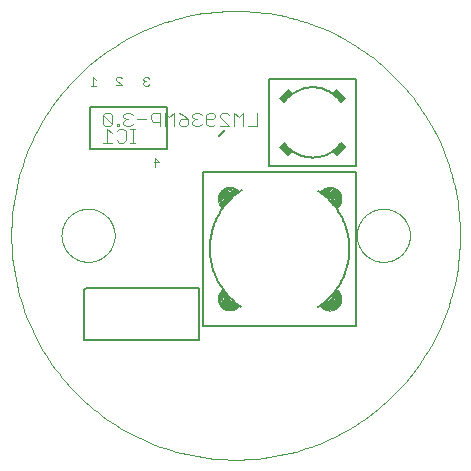
<source format=gbo>
G75*
%MOIN*%
%OFA0B0*%
%FSLAX25Y25*%
%IPPOS*%
%LPD*%
%AMOC8*
5,1,8,0,0,1.08239X$1,22.5*
%
%ADD10C,0.00000*%
%ADD11C,0.00039*%
%ADD12C,0.00500*%
%ADD13C,0.00800*%
%ADD14C,0.00400*%
%ADD15R,0.04331X0.02264*%
D10*
X0031167Y0092072D02*
X0031170Y0092289D01*
X0031178Y0092507D01*
X0031191Y0092724D01*
X0031210Y0092940D01*
X0031234Y0093156D01*
X0031263Y0093372D01*
X0031297Y0093586D01*
X0031337Y0093800D01*
X0031382Y0094013D01*
X0031432Y0094224D01*
X0031488Y0094435D01*
X0031548Y0094643D01*
X0031614Y0094851D01*
X0031685Y0095056D01*
X0031761Y0095260D01*
X0031841Y0095462D01*
X0031927Y0095662D01*
X0032017Y0095859D01*
X0032113Y0096055D01*
X0032213Y0096248D01*
X0032318Y0096438D01*
X0032427Y0096626D01*
X0032541Y0096811D01*
X0032660Y0096993D01*
X0032783Y0097173D01*
X0032910Y0097349D01*
X0033042Y0097522D01*
X0033178Y0097691D01*
X0033318Y0097858D01*
X0033462Y0098021D01*
X0033610Y0098180D01*
X0033761Y0098336D01*
X0033917Y0098487D01*
X0034076Y0098635D01*
X0034239Y0098779D01*
X0034406Y0098919D01*
X0034575Y0099055D01*
X0034748Y0099187D01*
X0034924Y0099314D01*
X0035104Y0099437D01*
X0035286Y0099556D01*
X0035471Y0099670D01*
X0035659Y0099779D01*
X0035849Y0099884D01*
X0036042Y0099984D01*
X0036238Y0100080D01*
X0036435Y0100170D01*
X0036635Y0100256D01*
X0036837Y0100336D01*
X0037041Y0100412D01*
X0037246Y0100483D01*
X0037454Y0100549D01*
X0037662Y0100609D01*
X0037873Y0100665D01*
X0038084Y0100715D01*
X0038297Y0100760D01*
X0038511Y0100800D01*
X0038725Y0100834D01*
X0038941Y0100863D01*
X0039157Y0100887D01*
X0039373Y0100906D01*
X0039590Y0100919D01*
X0039808Y0100927D01*
X0040025Y0100930D01*
X0040242Y0100927D01*
X0040460Y0100919D01*
X0040677Y0100906D01*
X0040893Y0100887D01*
X0041109Y0100863D01*
X0041325Y0100834D01*
X0041539Y0100800D01*
X0041753Y0100760D01*
X0041966Y0100715D01*
X0042177Y0100665D01*
X0042388Y0100609D01*
X0042596Y0100549D01*
X0042804Y0100483D01*
X0043009Y0100412D01*
X0043213Y0100336D01*
X0043415Y0100256D01*
X0043615Y0100170D01*
X0043812Y0100080D01*
X0044008Y0099984D01*
X0044201Y0099884D01*
X0044391Y0099779D01*
X0044579Y0099670D01*
X0044764Y0099556D01*
X0044946Y0099437D01*
X0045126Y0099314D01*
X0045302Y0099187D01*
X0045475Y0099055D01*
X0045644Y0098919D01*
X0045811Y0098779D01*
X0045974Y0098635D01*
X0046133Y0098487D01*
X0046289Y0098336D01*
X0046440Y0098180D01*
X0046588Y0098021D01*
X0046732Y0097858D01*
X0046872Y0097691D01*
X0047008Y0097522D01*
X0047140Y0097349D01*
X0047267Y0097173D01*
X0047390Y0096993D01*
X0047509Y0096811D01*
X0047623Y0096626D01*
X0047732Y0096438D01*
X0047837Y0096248D01*
X0047937Y0096055D01*
X0048033Y0095859D01*
X0048123Y0095662D01*
X0048209Y0095462D01*
X0048289Y0095260D01*
X0048365Y0095056D01*
X0048436Y0094851D01*
X0048502Y0094643D01*
X0048562Y0094435D01*
X0048618Y0094224D01*
X0048668Y0094013D01*
X0048713Y0093800D01*
X0048753Y0093586D01*
X0048787Y0093372D01*
X0048816Y0093156D01*
X0048840Y0092940D01*
X0048859Y0092724D01*
X0048872Y0092507D01*
X0048880Y0092289D01*
X0048883Y0092072D01*
X0048880Y0091855D01*
X0048872Y0091637D01*
X0048859Y0091420D01*
X0048840Y0091204D01*
X0048816Y0090988D01*
X0048787Y0090772D01*
X0048753Y0090558D01*
X0048713Y0090344D01*
X0048668Y0090131D01*
X0048618Y0089920D01*
X0048562Y0089709D01*
X0048502Y0089501D01*
X0048436Y0089293D01*
X0048365Y0089088D01*
X0048289Y0088884D01*
X0048209Y0088682D01*
X0048123Y0088482D01*
X0048033Y0088285D01*
X0047937Y0088089D01*
X0047837Y0087896D01*
X0047732Y0087706D01*
X0047623Y0087518D01*
X0047509Y0087333D01*
X0047390Y0087151D01*
X0047267Y0086971D01*
X0047140Y0086795D01*
X0047008Y0086622D01*
X0046872Y0086453D01*
X0046732Y0086286D01*
X0046588Y0086123D01*
X0046440Y0085964D01*
X0046289Y0085808D01*
X0046133Y0085657D01*
X0045974Y0085509D01*
X0045811Y0085365D01*
X0045644Y0085225D01*
X0045475Y0085089D01*
X0045302Y0084957D01*
X0045126Y0084830D01*
X0044946Y0084707D01*
X0044764Y0084588D01*
X0044579Y0084474D01*
X0044391Y0084365D01*
X0044201Y0084260D01*
X0044008Y0084160D01*
X0043812Y0084064D01*
X0043615Y0083974D01*
X0043415Y0083888D01*
X0043213Y0083808D01*
X0043009Y0083732D01*
X0042804Y0083661D01*
X0042596Y0083595D01*
X0042388Y0083535D01*
X0042177Y0083479D01*
X0041966Y0083429D01*
X0041753Y0083384D01*
X0041539Y0083344D01*
X0041325Y0083310D01*
X0041109Y0083281D01*
X0040893Y0083257D01*
X0040677Y0083238D01*
X0040460Y0083225D01*
X0040242Y0083217D01*
X0040025Y0083214D01*
X0039808Y0083217D01*
X0039590Y0083225D01*
X0039373Y0083238D01*
X0039157Y0083257D01*
X0038941Y0083281D01*
X0038725Y0083310D01*
X0038511Y0083344D01*
X0038297Y0083384D01*
X0038084Y0083429D01*
X0037873Y0083479D01*
X0037662Y0083535D01*
X0037454Y0083595D01*
X0037246Y0083661D01*
X0037041Y0083732D01*
X0036837Y0083808D01*
X0036635Y0083888D01*
X0036435Y0083974D01*
X0036238Y0084064D01*
X0036042Y0084160D01*
X0035849Y0084260D01*
X0035659Y0084365D01*
X0035471Y0084474D01*
X0035286Y0084588D01*
X0035104Y0084707D01*
X0034924Y0084830D01*
X0034748Y0084957D01*
X0034575Y0085089D01*
X0034406Y0085225D01*
X0034239Y0085365D01*
X0034076Y0085509D01*
X0033917Y0085657D01*
X0033761Y0085808D01*
X0033610Y0085964D01*
X0033462Y0086123D01*
X0033318Y0086286D01*
X0033178Y0086453D01*
X0033042Y0086622D01*
X0032910Y0086795D01*
X0032783Y0086971D01*
X0032660Y0087151D01*
X0032541Y0087333D01*
X0032427Y0087518D01*
X0032318Y0087706D01*
X0032213Y0087896D01*
X0032113Y0088089D01*
X0032017Y0088285D01*
X0031927Y0088482D01*
X0031841Y0088682D01*
X0031761Y0088884D01*
X0031685Y0089088D01*
X0031614Y0089293D01*
X0031548Y0089501D01*
X0031488Y0089709D01*
X0031432Y0089920D01*
X0031382Y0090131D01*
X0031337Y0090344D01*
X0031297Y0090558D01*
X0031263Y0090772D01*
X0031234Y0090988D01*
X0031210Y0091204D01*
X0031191Y0091420D01*
X0031178Y0091637D01*
X0031170Y0091855D01*
X0031167Y0092072D01*
X0129592Y0092072D02*
X0129595Y0092289D01*
X0129603Y0092507D01*
X0129616Y0092724D01*
X0129635Y0092940D01*
X0129659Y0093156D01*
X0129688Y0093372D01*
X0129722Y0093586D01*
X0129762Y0093800D01*
X0129807Y0094013D01*
X0129857Y0094224D01*
X0129913Y0094435D01*
X0129973Y0094643D01*
X0130039Y0094851D01*
X0130110Y0095056D01*
X0130186Y0095260D01*
X0130266Y0095462D01*
X0130352Y0095662D01*
X0130442Y0095859D01*
X0130538Y0096055D01*
X0130638Y0096248D01*
X0130743Y0096438D01*
X0130852Y0096626D01*
X0130966Y0096811D01*
X0131085Y0096993D01*
X0131208Y0097173D01*
X0131335Y0097349D01*
X0131467Y0097522D01*
X0131603Y0097691D01*
X0131743Y0097858D01*
X0131887Y0098021D01*
X0132035Y0098180D01*
X0132186Y0098336D01*
X0132342Y0098487D01*
X0132501Y0098635D01*
X0132664Y0098779D01*
X0132831Y0098919D01*
X0133000Y0099055D01*
X0133173Y0099187D01*
X0133349Y0099314D01*
X0133529Y0099437D01*
X0133711Y0099556D01*
X0133896Y0099670D01*
X0134084Y0099779D01*
X0134274Y0099884D01*
X0134467Y0099984D01*
X0134663Y0100080D01*
X0134860Y0100170D01*
X0135060Y0100256D01*
X0135262Y0100336D01*
X0135466Y0100412D01*
X0135671Y0100483D01*
X0135879Y0100549D01*
X0136087Y0100609D01*
X0136298Y0100665D01*
X0136509Y0100715D01*
X0136722Y0100760D01*
X0136936Y0100800D01*
X0137150Y0100834D01*
X0137366Y0100863D01*
X0137582Y0100887D01*
X0137798Y0100906D01*
X0138015Y0100919D01*
X0138233Y0100927D01*
X0138450Y0100930D01*
X0138667Y0100927D01*
X0138885Y0100919D01*
X0139102Y0100906D01*
X0139318Y0100887D01*
X0139534Y0100863D01*
X0139750Y0100834D01*
X0139964Y0100800D01*
X0140178Y0100760D01*
X0140391Y0100715D01*
X0140602Y0100665D01*
X0140813Y0100609D01*
X0141021Y0100549D01*
X0141229Y0100483D01*
X0141434Y0100412D01*
X0141638Y0100336D01*
X0141840Y0100256D01*
X0142040Y0100170D01*
X0142237Y0100080D01*
X0142433Y0099984D01*
X0142626Y0099884D01*
X0142816Y0099779D01*
X0143004Y0099670D01*
X0143189Y0099556D01*
X0143371Y0099437D01*
X0143551Y0099314D01*
X0143727Y0099187D01*
X0143900Y0099055D01*
X0144069Y0098919D01*
X0144236Y0098779D01*
X0144399Y0098635D01*
X0144558Y0098487D01*
X0144714Y0098336D01*
X0144865Y0098180D01*
X0145013Y0098021D01*
X0145157Y0097858D01*
X0145297Y0097691D01*
X0145433Y0097522D01*
X0145565Y0097349D01*
X0145692Y0097173D01*
X0145815Y0096993D01*
X0145934Y0096811D01*
X0146048Y0096626D01*
X0146157Y0096438D01*
X0146262Y0096248D01*
X0146362Y0096055D01*
X0146458Y0095859D01*
X0146548Y0095662D01*
X0146634Y0095462D01*
X0146714Y0095260D01*
X0146790Y0095056D01*
X0146861Y0094851D01*
X0146927Y0094643D01*
X0146987Y0094435D01*
X0147043Y0094224D01*
X0147093Y0094013D01*
X0147138Y0093800D01*
X0147178Y0093586D01*
X0147212Y0093372D01*
X0147241Y0093156D01*
X0147265Y0092940D01*
X0147284Y0092724D01*
X0147297Y0092507D01*
X0147305Y0092289D01*
X0147308Y0092072D01*
X0147305Y0091855D01*
X0147297Y0091637D01*
X0147284Y0091420D01*
X0147265Y0091204D01*
X0147241Y0090988D01*
X0147212Y0090772D01*
X0147178Y0090558D01*
X0147138Y0090344D01*
X0147093Y0090131D01*
X0147043Y0089920D01*
X0146987Y0089709D01*
X0146927Y0089501D01*
X0146861Y0089293D01*
X0146790Y0089088D01*
X0146714Y0088884D01*
X0146634Y0088682D01*
X0146548Y0088482D01*
X0146458Y0088285D01*
X0146362Y0088089D01*
X0146262Y0087896D01*
X0146157Y0087706D01*
X0146048Y0087518D01*
X0145934Y0087333D01*
X0145815Y0087151D01*
X0145692Y0086971D01*
X0145565Y0086795D01*
X0145433Y0086622D01*
X0145297Y0086453D01*
X0145157Y0086286D01*
X0145013Y0086123D01*
X0144865Y0085964D01*
X0144714Y0085808D01*
X0144558Y0085657D01*
X0144399Y0085509D01*
X0144236Y0085365D01*
X0144069Y0085225D01*
X0143900Y0085089D01*
X0143727Y0084957D01*
X0143551Y0084830D01*
X0143371Y0084707D01*
X0143189Y0084588D01*
X0143004Y0084474D01*
X0142816Y0084365D01*
X0142626Y0084260D01*
X0142433Y0084160D01*
X0142237Y0084064D01*
X0142040Y0083974D01*
X0141840Y0083888D01*
X0141638Y0083808D01*
X0141434Y0083732D01*
X0141229Y0083661D01*
X0141021Y0083595D01*
X0140813Y0083535D01*
X0140602Y0083479D01*
X0140391Y0083429D01*
X0140178Y0083384D01*
X0139964Y0083344D01*
X0139750Y0083310D01*
X0139534Y0083281D01*
X0139318Y0083257D01*
X0139102Y0083238D01*
X0138885Y0083225D01*
X0138667Y0083217D01*
X0138450Y0083214D01*
X0138233Y0083217D01*
X0138015Y0083225D01*
X0137798Y0083238D01*
X0137582Y0083257D01*
X0137366Y0083281D01*
X0137150Y0083310D01*
X0136936Y0083344D01*
X0136722Y0083384D01*
X0136509Y0083429D01*
X0136298Y0083479D01*
X0136087Y0083535D01*
X0135879Y0083595D01*
X0135671Y0083661D01*
X0135466Y0083732D01*
X0135262Y0083808D01*
X0135060Y0083888D01*
X0134860Y0083974D01*
X0134663Y0084064D01*
X0134467Y0084160D01*
X0134274Y0084260D01*
X0134084Y0084365D01*
X0133896Y0084474D01*
X0133711Y0084588D01*
X0133529Y0084707D01*
X0133349Y0084830D01*
X0133173Y0084957D01*
X0133000Y0085089D01*
X0132831Y0085225D01*
X0132664Y0085365D01*
X0132501Y0085509D01*
X0132342Y0085657D01*
X0132186Y0085808D01*
X0132035Y0085964D01*
X0131887Y0086123D01*
X0131743Y0086286D01*
X0131603Y0086453D01*
X0131467Y0086622D01*
X0131335Y0086795D01*
X0131208Y0086971D01*
X0131085Y0087151D01*
X0130966Y0087333D01*
X0130852Y0087518D01*
X0130743Y0087706D01*
X0130638Y0087896D01*
X0130538Y0088089D01*
X0130442Y0088285D01*
X0130352Y0088482D01*
X0130266Y0088682D01*
X0130186Y0088884D01*
X0130110Y0089088D01*
X0130039Y0089293D01*
X0129973Y0089501D01*
X0129913Y0089709D01*
X0129857Y0089920D01*
X0129807Y0090131D01*
X0129762Y0090344D01*
X0129722Y0090558D01*
X0129688Y0090772D01*
X0129659Y0090988D01*
X0129635Y0091204D01*
X0129616Y0091420D01*
X0129603Y0091637D01*
X0129595Y0091855D01*
X0129592Y0092072D01*
D11*
X0014435Y0092072D02*
X0014458Y0093908D01*
X0014525Y0095742D01*
X0014638Y0097575D01*
X0014795Y0099404D01*
X0014998Y0101229D01*
X0015245Y0103048D01*
X0015536Y0104860D01*
X0015872Y0106665D01*
X0016253Y0108461D01*
X0016677Y0110248D01*
X0017145Y0112023D01*
X0017656Y0113786D01*
X0018210Y0115536D01*
X0018808Y0117272D01*
X0019447Y0118993D01*
X0020129Y0120698D01*
X0020852Y0122385D01*
X0021617Y0124054D01*
X0022422Y0125704D01*
X0023268Y0127334D01*
X0024153Y0128942D01*
X0025077Y0130528D01*
X0026040Y0132091D01*
X0027042Y0133630D01*
X0028080Y0135144D01*
X0029156Y0136632D01*
X0030267Y0138093D01*
X0031414Y0139527D01*
X0032597Y0140931D01*
X0033813Y0142307D01*
X0035062Y0143652D01*
X0036344Y0144966D01*
X0037658Y0146248D01*
X0039003Y0147497D01*
X0040379Y0148713D01*
X0041783Y0149896D01*
X0043217Y0151043D01*
X0044678Y0152154D01*
X0046166Y0153230D01*
X0047680Y0154268D01*
X0049219Y0155270D01*
X0050782Y0156233D01*
X0052368Y0157157D01*
X0053976Y0158042D01*
X0055606Y0158888D01*
X0057256Y0159693D01*
X0058925Y0160458D01*
X0060612Y0161181D01*
X0062317Y0161863D01*
X0064038Y0162502D01*
X0065774Y0163100D01*
X0067524Y0163654D01*
X0069287Y0164165D01*
X0071062Y0164633D01*
X0072849Y0165057D01*
X0074645Y0165438D01*
X0076450Y0165774D01*
X0078262Y0166065D01*
X0080081Y0166312D01*
X0081906Y0166515D01*
X0083735Y0166672D01*
X0085568Y0166785D01*
X0087402Y0166852D01*
X0089238Y0166875D01*
X0091074Y0166852D01*
X0092908Y0166785D01*
X0094741Y0166672D01*
X0096570Y0166515D01*
X0098395Y0166312D01*
X0100214Y0166065D01*
X0102026Y0165774D01*
X0103831Y0165438D01*
X0105627Y0165057D01*
X0107414Y0164633D01*
X0109189Y0164165D01*
X0110952Y0163654D01*
X0112702Y0163100D01*
X0114438Y0162502D01*
X0116159Y0161863D01*
X0117864Y0161181D01*
X0119551Y0160458D01*
X0121220Y0159693D01*
X0122870Y0158888D01*
X0124500Y0158042D01*
X0126108Y0157157D01*
X0127694Y0156233D01*
X0129257Y0155270D01*
X0130796Y0154268D01*
X0132310Y0153230D01*
X0133798Y0152154D01*
X0135259Y0151043D01*
X0136693Y0149896D01*
X0138097Y0148713D01*
X0139473Y0147497D01*
X0140818Y0146248D01*
X0142132Y0144966D01*
X0143414Y0143652D01*
X0144663Y0142307D01*
X0145879Y0140931D01*
X0147062Y0139527D01*
X0148209Y0138093D01*
X0149320Y0136632D01*
X0150396Y0135144D01*
X0151434Y0133630D01*
X0152436Y0132091D01*
X0153399Y0130528D01*
X0154323Y0128942D01*
X0155208Y0127334D01*
X0156054Y0125704D01*
X0156859Y0124054D01*
X0157624Y0122385D01*
X0158347Y0120698D01*
X0159029Y0118993D01*
X0159668Y0117272D01*
X0160266Y0115536D01*
X0160820Y0113786D01*
X0161331Y0112023D01*
X0161799Y0110248D01*
X0162223Y0108461D01*
X0162604Y0106665D01*
X0162940Y0104860D01*
X0163231Y0103048D01*
X0163478Y0101229D01*
X0163681Y0099404D01*
X0163838Y0097575D01*
X0163951Y0095742D01*
X0164018Y0093908D01*
X0164041Y0092072D01*
X0164018Y0090236D01*
X0163951Y0088402D01*
X0163838Y0086569D01*
X0163681Y0084740D01*
X0163478Y0082915D01*
X0163231Y0081096D01*
X0162940Y0079284D01*
X0162604Y0077479D01*
X0162223Y0075683D01*
X0161799Y0073896D01*
X0161331Y0072121D01*
X0160820Y0070358D01*
X0160266Y0068608D01*
X0159668Y0066872D01*
X0159029Y0065151D01*
X0158347Y0063446D01*
X0157624Y0061759D01*
X0156859Y0060090D01*
X0156054Y0058440D01*
X0155208Y0056810D01*
X0154323Y0055202D01*
X0153399Y0053616D01*
X0152436Y0052053D01*
X0151434Y0050514D01*
X0150396Y0049000D01*
X0149320Y0047512D01*
X0148209Y0046051D01*
X0147062Y0044617D01*
X0145879Y0043213D01*
X0144663Y0041837D01*
X0143414Y0040492D01*
X0142132Y0039178D01*
X0140818Y0037896D01*
X0139473Y0036647D01*
X0138097Y0035431D01*
X0136693Y0034248D01*
X0135259Y0033101D01*
X0133798Y0031990D01*
X0132310Y0030914D01*
X0130796Y0029876D01*
X0129257Y0028874D01*
X0127694Y0027911D01*
X0126108Y0026987D01*
X0124500Y0026102D01*
X0122870Y0025256D01*
X0121220Y0024451D01*
X0119551Y0023686D01*
X0117864Y0022963D01*
X0116159Y0022281D01*
X0114438Y0021642D01*
X0112702Y0021044D01*
X0110952Y0020490D01*
X0109189Y0019979D01*
X0107414Y0019511D01*
X0105627Y0019087D01*
X0103831Y0018706D01*
X0102026Y0018370D01*
X0100214Y0018079D01*
X0098395Y0017832D01*
X0096570Y0017629D01*
X0094741Y0017472D01*
X0092908Y0017359D01*
X0091074Y0017292D01*
X0089238Y0017269D01*
X0087402Y0017292D01*
X0085568Y0017359D01*
X0083735Y0017472D01*
X0081906Y0017629D01*
X0080081Y0017832D01*
X0078262Y0018079D01*
X0076450Y0018370D01*
X0074645Y0018706D01*
X0072849Y0019087D01*
X0071062Y0019511D01*
X0069287Y0019979D01*
X0067524Y0020490D01*
X0065774Y0021044D01*
X0064038Y0021642D01*
X0062317Y0022281D01*
X0060612Y0022963D01*
X0058925Y0023686D01*
X0057256Y0024451D01*
X0055606Y0025256D01*
X0053976Y0026102D01*
X0052368Y0026987D01*
X0050782Y0027911D01*
X0049219Y0028874D01*
X0047680Y0029876D01*
X0046166Y0030914D01*
X0044678Y0031990D01*
X0043217Y0033101D01*
X0041783Y0034248D01*
X0040379Y0035431D01*
X0039003Y0036647D01*
X0037658Y0037896D01*
X0036344Y0039178D01*
X0035062Y0040492D01*
X0033813Y0041837D01*
X0032597Y0043213D01*
X0031414Y0044617D01*
X0030267Y0046051D01*
X0029156Y0047512D01*
X0028080Y0049000D01*
X0027042Y0050514D01*
X0026040Y0052053D01*
X0025077Y0053616D01*
X0024153Y0055202D01*
X0023268Y0056810D01*
X0022422Y0058440D01*
X0021617Y0060090D01*
X0020852Y0061759D01*
X0020129Y0063446D01*
X0019447Y0065151D01*
X0018808Y0066872D01*
X0018210Y0068608D01*
X0017656Y0070358D01*
X0017145Y0072121D01*
X0016677Y0073896D01*
X0016253Y0075683D01*
X0015872Y0077479D01*
X0015536Y0079284D01*
X0015245Y0081096D01*
X0014998Y0082915D01*
X0014795Y0084740D01*
X0014638Y0086569D01*
X0014525Y0088402D01*
X0014458Y0090236D01*
X0014435Y0092072D01*
D12*
X0038588Y0057191D02*
X0077171Y0057191D01*
X0077171Y0074513D01*
X0039376Y0074513D01*
X0038588Y0073726D01*
X0038588Y0057191D01*
D13*
X0078293Y0061895D02*
X0129474Y0061895D01*
X0129474Y0113175D01*
X0078293Y0113175D01*
X0078293Y0061895D01*
X0116580Y0068096D02*
X0117047Y0068410D01*
X0117508Y0068734D01*
X0117960Y0069070D01*
X0118403Y0069417D01*
X0118839Y0069774D01*
X0119265Y0070142D01*
X0119683Y0070520D01*
X0120091Y0070908D01*
X0120489Y0071306D01*
X0120878Y0071713D01*
X0121257Y0072130D01*
X0121626Y0072556D01*
X0121984Y0072990D01*
X0122332Y0073434D01*
X0122668Y0073885D01*
X0122994Y0074344D01*
X0123308Y0074812D01*
X0123611Y0075286D01*
X0123903Y0075768D01*
X0124183Y0076257D01*
X0124450Y0076752D01*
X0124706Y0077254D01*
X0124949Y0077762D01*
X0125180Y0078276D01*
X0125399Y0078795D01*
X0125605Y0079319D01*
X0125798Y0079848D01*
X0125978Y0080381D01*
X0126145Y0080919D01*
X0126299Y0081461D01*
X0126440Y0082006D01*
X0126568Y0082555D01*
X0126683Y0083106D01*
X0126783Y0083660D01*
X0126871Y0084216D01*
X0126945Y0084775D01*
X0127005Y0085335D01*
X0127052Y0085896D01*
X0127085Y0086458D01*
X0127105Y0087021D01*
X0127111Y0087584D01*
X0127103Y0088154D01*
X0127082Y0088723D01*
X0127046Y0089291D01*
X0126996Y0089859D01*
X0126933Y0090425D01*
X0126856Y0090989D01*
X0126764Y0091552D01*
X0126659Y0092112D01*
X0126541Y0092669D01*
X0126409Y0093223D01*
X0126263Y0093774D01*
X0126104Y0094321D01*
X0125931Y0094864D01*
X0125745Y0095402D01*
X0125546Y0095936D01*
X0125334Y0096465D01*
X0125109Y0096988D01*
X0124871Y0097506D01*
X0124621Y0098017D01*
X0124358Y0098523D01*
X0124083Y0099022D01*
X0123796Y0099514D01*
X0123496Y0099998D01*
X0123185Y0100475D01*
X0122863Y0100945D01*
X0122528Y0101406D01*
X0122183Y0101859D01*
X0121827Y0102304D01*
X0121460Y0102740D01*
X0121082Y0103166D01*
X0120694Y0103583D01*
X0120296Y0103991D01*
X0119888Y0104388D01*
X0119470Y0104776D01*
X0119043Y0105153D01*
X0118607Y0105519D01*
X0118162Y0105875D01*
X0117708Y0106219D01*
X0117246Y0106553D01*
X0116776Y0106875D01*
X0129419Y0115147D02*
X0129419Y0144281D01*
X0100285Y0144281D01*
X0100285Y0115147D01*
X0129419Y0115147D01*
X0114852Y0118001D02*
X0114570Y0118005D01*
X0114288Y0118016D01*
X0114006Y0118033D01*
X0113725Y0118058D01*
X0113444Y0118089D01*
X0113164Y0118127D01*
X0112886Y0118171D01*
X0112608Y0118222D01*
X0112332Y0118280D01*
X0112057Y0118345D01*
X0111784Y0118416D01*
X0111512Y0118494D01*
X0111243Y0118578D01*
X0110976Y0118669D01*
X0110711Y0118766D01*
X0110448Y0118870D01*
X0110188Y0118980D01*
X0109931Y0119096D01*
X0109676Y0119218D01*
X0109425Y0119346D01*
X0109176Y0119481D01*
X0108931Y0119621D01*
X0108690Y0119767D01*
X0108452Y0119919D01*
X0108218Y0120077D01*
X0107988Y0120240D01*
X0107761Y0120409D01*
X0107539Y0120583D01*
X0107321Y0120762D01*
X0107108Y0120947D01*
X0106899Y0121137D01*
X0106694Y0121331D01*
X0106495Y0121531D01*
X0106300Y0121735D01*
X0106110Y0121944D01*
X0105925Y0122158D01*
X0105746Y0122376D01*
X0105572Y0122598D01*
X0105403Y0122824D01*
X0114852Y0118001D02*
X0115134Y0118005D01*
X0115416Y0118016D01*
X0115698Y0118033D01*
X0115979Y0118058D01*
X0116260Y0118089D01*
X0116540Y0118127D01*
X0116818Y0118171D01*
X0117096Y0118222D01*
X0117372Y0118280D01*
X0117647Y0118345D01*
X0117920Y0118416D01*
X0118192Y0118494D01*
X0118461Y0118578D01*
X0118728Y0118669D01*
X0118993Y0118766D01*
X0119256Y0118870D01*
X0119516Y0118980D01*
X0119773Y0119096D01*
X0120028Y0119218D01*
X0120279Y0119346D01*
X0120528Y0119481D01*
X0120773Y0119621D01*
X0121014Y0119767D01*
X0121252Y0119919D01*
X0121486Y0120077D01*
X0121716Y0120240D01*
X0121943Y0120409D01*
X0122165Y0120583D01*
X0122383Y0120762D01*
X0122596Y0120947D01*
X0122805Y0121137D01*
X0123010Y0121331D01*
X0123209Y0121531D01*
X0123404Y0121735D01*
X0123594Y0121944D01*
X0123779Y0122158D01*
X0123958Y0122376D01*
X0124132Y0122598D01*
X0124301Y0122824D01*
X0114852Y0141427D02*
X0114570Y0141423D01*
X0114288Y0141412D01*
X0114006Y0141395D01*
X0113725Y0141370D01*
X0113444Y0141339D01*
X0113164Y0141301D01*
X0112886Y0141257D01*
X0112608Y0141206D01*
X0112332Y0141148D01*
X0112057Y0141083D01*
X0111784Y0141012D01*
X0111512Y0140934D01*
X0111243Y0140850D01*
X0110976Y0140759D01*
X0110711Y0140662D01*
X0110448Y0140558D01*
X0110188Y0140448D01*
X0109931Y0140332D01*
X0109676Y0140210D01*
X0109425Y0140082D01*
X0109176Y0139947D01*
X0108931Y0139807D01*
X0108690Y0139661D01*
X0108452Y0139509D01*
X0108218Y0139351D01*
X0107988Y0139188D01*
X0107761Y0139019D01*
X0107539Y0138845D01*
X0107321Y0138666D01*
X0107108Y0138481D01*
X0106899Y0138291D01*
X0106694Y0138097D01*
X0106495Y0137897D01*
X0106300Y0137693D01*
X0106110Y0137484D01*
X0105925Y0137270D01*
X0105746Y0137052D01*
X0105572Y0136830D01*
X0105403Y0136604D01*
X0114852Y0141427D02*
X0115134Y0141423D01*
X0115416Y0141412D01*
X0115698Y0141395D01*
X0115979Y0141370D01*
X0116260Y0141339D01*
X0116540Y0141301D01*
X0116818Y0141257D01*
X0117096Y0141206D01*
X0117372Y0141148D01*
X0117647Y0141083D01*
X0117920Y0141012D01*
X0118192Y0140934D01*
X0118461Y0140850D01*
X0118728Y0140759D01*
X0118993Y0140662D01*
X0119256Y0140558D01*
X0119516Y0140448D01*
X0119773Y0140332D01*
X0120028Y0140210D01*
X0120279Y0140082D01*
X0120528Y0139947D01*
X0120773Y0139807D01*
X0121014Y0139661D01*
X0121252Y0139509D01*
X0121486Y0139351D01*
X0121716Y0139188D01*
X0121943Y0139019D01*
X0122165Y0138845D01*
X0122383Y0138666D01*
X0122596Y0138481D01*
X0122805Y0138291D01*
X0123010Y0138097D01*
X0123209Y0137897D01*
X0123404Y0137693D01*
X0123594Y0137484D01*
X0123779Y0137270D01*
X0123958Y0137052D01*
X0124132Y0136830D01*
X0124301Y0136604D01*
X0085793Y0127289D02*
X0083824Y0125320D01*
X0066469Y0120978D02*
X0040669Y0120978D01*
X0040669Y0134978D01*
X0066469Y0134978D01*
X0066469Y0120978D01*
X0091186Y0107072D02*
X0090719Y0106758D01*
X0090258Y0106434D01*
X0089806Y0106098D01*
X0089363Y0105751D01*
X0088927Y0105394D01*
X0088501Y0105026D01*
X0088083Y0104648D01*
X0087675Y0104260D01*
X0087277Y0103862D01*
X0086888Y0103455D01*
X0086509Y0103038D01*
X0086140Y0102612D01*
X0085782Y0102178D01*
X0085434Y0101734D01*
X0085098Y0101283D01*
X0084772Y0100824D01*
X0084458Y0100356D01*
X0084155Y0099882D01*
X0083863Y0099400D01*
X0083583Y0098911D01*
X0083316Y0098416D01*
X0083060Y0097914D01*
X0082817Y0097406D01*
X0082586Y0096892D01*
X0082367Y0096373D01*
X0082161Y0095849D01*
X0081968Y0095320D01*
X0081788Y0094787D01*
X0081621Y0094249D01*
X0081467Y0093707D01*
X0081326Y0093162D01*
X0081198Y0092613D01*
X0081083Y0092062D01*
X0080983Y0091508D01*
X0080895Y0090952D01*
X0080821Y0090393D01*
X0080761Y0089833D01*
X0080714Y0089272D01*
X0080681Y0088710D01*
X0080661Y0088147D01*
X0080655Y0087584D01*
X0080663Y0087014D01*
X0080684Y0086445D01*
X0080720Y0085877D01*
X0080770Y0085309D01*
X0080833Y0084743D01*
X0080910Y0084179D01*
X0081002Y0083616D01*
X0081107Y0083056D01*
X0081225Y0082499D01*
X0081357Y0081945D01*
X0081503Y0081394D01*
X0081662Y0080847D01*
X0081835Y0080304D01*
X0082021Y0079766D01*
X0082220Y0079232D01*
X0082432Y0078703D01*
X0082657Y0078180D01*
X0082895Y0077662D01*
X0083145Y0077151D01*
X0083408Y0076645D01*
X0083683Y0076146D01*
X0083970Y0075654D01*
X0084270Y0075170D01*
X0084581Y0074693D01*
X0084903Y0074223D01*
X0085238Y0073762D01*
X0085583Y0073309D01*
X0085939Y0072864D01*
X0086306Y0072428D01*
X0086684Y0072002D01*
X0087072Y0071585D01*
X0087470Y0071177D01*
X0087878Y0070780D01*
X0088296Y0070392D01*
X0088723Y0070015D01*
X0089159Y0069649D01*
X0089604Y0069293D01*
X0090058Y0068949D01*
X0090520Y0068615D01*
X0090990Y0068293D01*
D14*
X0084932Y0074094D02*
X0086915Y0071020D01*
X0086914Y0071020D02*
X0086905Y0070988D01*
X0086898Y0070955D01*
X0086896Y0070921D01*
X0086897Y0070887D01*
X0086903Y0070853D01*
X0086911Y0070820D01*
X0086924Y0070789D01*
X0086939Y0070759D01*
X0086959Y0070731D01*
X0086981Y0070705D01*
X0087005Y0070682D01*
X0087032Y0070661D01*
X0087062Y0070644D01*
X0087093Y0070630D01*
X0087125Y0070620D01*
X0087158Y0070613D01*
X0087192Y0070610D01*
X0087226Y0070611D01*
X0087260Y0070615D01*
X0087293Y0070624D01*
X0090268Y0068498D01*
X0090269Y0068497D01*
X0090191Y0068401D01*
X0090109Y0068308D01*
X0090025Y0068217D01*
X0089938Y0068129D01*
X0089849Y0068043D01*
X0089756Y0067961D01*
X0089661Y0067881D01*
X0089564Y0067805D01*
X0089464Y0067732D01*
X0089362Y0067662D01*
X0089258Y0067595D01*
X0089151Y0067531D01*
X0089043Y0067471D01*
X0088933Y0067414D01*
X0088821Y0067361D01*
X0088708Y0067312D01*
X0088593Y0067266D01*
X0088476Y0067224D01*
X0088358Y0067185D01*
X0088240Y0067150D01*
X0088120Y0067119D01*
X0087999Y0067092D01*
X0087877Y0067069D01*
X0087755Y0067049D01*
X0087632Y0067034D01*
X0087509Y0067022D01*
X0087385Y0067014D01*
X0087261Y0067010D01*
X0087138Y0067011D01*
X0087014Y0067015D01*
X0086890Y0067022D01*
X0086767Y0067034D01*
X0086644Y0067050D01*
X0086522Y0067070D01*
X0086400Y0067093D01*
X0086279Y0067121D01*
X0086160Y0067152D01*
X0086041Y0067187D01*
X0085923Y0067225D01*
X0085807Y0067268D01*
X0085692Y0067314D01*
X0085578Y0067363D01*
X0085467Y0067417D01*
X0085356Y0067473D01*
X0085248Y0067534D01*
X0085142Y0067597D01*
X0085038Y0067664D01*
X0084936Y0067735D01*
X0084836Y0067808D01*
X0084739Y0067885D01*
X0084644Y0067964D01*
X0084552Y0068047D01*
X0084462Y0068132D01*
X0084375Y0068220D01*
X0084291Y0068311D01*
X0084210Y0068405D01*
X0084132Y0068501D01*
X0084057Y0068600D01*
X0083985Y0068701D01*
X0083916Y0068804D01*
X0083851Y0068909D01*
X0083789Y0069016D01*
X0083731Y0069125D01*
X0083676Y0069236D01*
X0083624Y0069349D01*
X0083576Y0069463D01*
X0083532Y0069579D01*
X0083492Y0069696D01*
X0083455Y0069814D01*
X0083422Y0069933D01*
X0083392Y0070054D01*
X0083367Y0070175D01*
X0083345Y0070297D01*
X0083328Y0070419D01*
X0083314Y0070542D01*
X0083304Y0070666D01*
X0083298Y0070790D01*
X0083296Y0070913D01*
X0083298Y0071037D01*
X0083304Y0071161D01*
X0083313Y0071284D01*
X0083327Y0071407D01*
X0083345Y0071530D01*
X0083366Y0071652D01*
X0083391Y0071773D01*
X0083420Y0071894D01*
X0083453Y0072013D01*
X0083490Y0072131D01*
X0083530Y0072248D01*
X0083574Y0072364D01*
X0083622Y0072478D01*
X0083673Y0072591D01*
X0083728Y0072702D01*
X0083787Y0072811D01*
X0083848Y0072919D01*
X0083914Y0073024D01*
X0083982Y0073127D01*
X0084054Y0073228D01*
X0084129Y0073327D01*
X0084207Y0073423D01*
X0084288Y0073517D01*
X0084372Y0073608D01*
X0084458Y0073696D01*
X0084548Y0073782D01*
X0084640Y0073864D01*
X0084735Y0073944D01*
X0084832Y0074021D01*
X0084932Y0074094D01*
X0085136Y0073775D01*
X0085042Y0073704D01*
X0084950Y0073630D01*
X0084860Y0073553D01*
X0084773Y0073473D01*
X0084689Y0073391D01*
X0084608Y0073305D01*
X0084529Y0073217D01*
X0084454Y0073126D01*
X0084381Y0073033D01*
X0084312Y0072938D01*
X0084246Y0072840D01*
X0084183Y0072740D01*
X0084124Y0072638D01*
X0084068Y0072534D01*
X0084016Y0072428D01*
X0083967Y0072321D01*
X0083922Y0072212D01*
X0083880Y0072101D01*
X0083842Y0071989D01*
X0083808Y0071876D01*
X0083778Y0071762D01*
X0083752Y0071647D01*
X0083729Y0071531D01*
X0083710Y0071415D01*
X0083696Y0071298D01*
X0083685Y0071180D01*
X0083678Y0071062D01*
X0083675Y0070944D01*
X0083676Y0070826D01*
X0083681Y0070708D01*
X0083690Y0070591D01*
X0083703Y0070473D01*
X0083720Y0070357D01*
X0083740Y0070240D01*
X0083765Y0070125D01*
X0083793Y0070010D01*
X0083825Y0069897D01*
X0083861Y0069784D01*
X0083901Y0069673D01*
X0083945Y0069564D01*
X0083992Y0069455D01*
X0084042Y0069349D01*
X0084097Y0069244D01*
X0084154Y0069141D01*
X0084215Y0069040D01*
X0084280Y0068941D01*
X0084347Y0068844D01*
X0084418Y0068750D01*
X0084492Y0068658D01*
X0084569Y0068569D01*
X0084649Y0068482D01*
X0084732Y0068398D01*
X0084818Y0068317D01*
X0084906Y0068238D01*
X0084997Y0068163D01*
X0085090Y0068091D01*
X0085186Y0068022D01*
X0085284Y0067956D01*
X0085384Y0067894D01*
X0085486Y0067834D01*
X0085590Y0067779D01*
X0085696Y0067727D01*
X0085804Y0067678D01*
X0085913Y0067633D01*
X0086024Y0067592D01*
X0086135Y0067554D01*
X0086249Y0067520D01*
X0086363Y0067490D01*
X0086478Y0067464D01*
X0086594Y0067442D01*
X0086710Y0067423D01*
X0086827Y0067409D01*
X0086945Y0067398D01*
X0087063Y0067392D01*
X0087181Y0067389D01*
X0087299Y0067390D01*
X0087417Y0067396D01*
X0087534Y0067405D01*
X0087652Y0067418D01*
X0087768Y0067435D01*
X0087885Y0067456D01*
X0088000Y0067480D01*
X0088114Y0067509D01*
X0088228Y0067541D01*
X0088340Y0067578D01*
X0088451Y0067618D01*
X0088561Y0067661D01*
X0088669Y0067709D01*
X0088776Y0067759D01*
X0088880Y0067814D01*
X0088983Y0067872D01*
X0089084Y0067933D01*
X0089183Y0067998D01*
X0089279Y0068066D01*
X0089373Y0068137D01*
X0089465Y0068211D01*
X0089554Y0068288D01*
X0089641Y0068368D01*
X0089725Y0068451D01*
X0089806Y0068537D01*
X0089884Y0068626D01*
X0089959Y0068717D01*
X0089650Y0068936D01*
X0089578Y0068851D01*
X0089503Y0068768D01*
X0089426Y0068688D01*
X0089346Y0068611D01*
X0089263Y0068536D01*
X0089177Y0068465D01*
X0089089Y0068396D01*
X0088999Y0068331D01*
X0088906Y0068269D01*
X0088811Y0068210D01*
X0088714Y0068155D01*
X0088616Y0068103D01*
X0088515Y0068055D01*
X0088413Y0068010D01*
X0088309Y0067969D01*
X0088204Y0067932D01*
X0088098Y0067898D01*
X0087991Y0067868D01*
X0087882Y0067842D01*
X0087773Y0067820D01*
X0087663Y0067802D01*
X0087552Y0067788D01*
X0087442Y0067777D01*
X0087330Y0067771D01*
X0087219Y0067768D01*
X0087107Y0067769D01*
X0086996Y0067775D01*
X0086885Y0067784D01*
X0086774Y0067797D01*
X0086664Y0067814D01*
X0086555Y0067835D01*
X0086446Y0067860D01*
X0086338Y0067889D01*
X0086232Y0067921D01*
X0086126Y0067958D01*
X0086022Y0067998D01*
X0085919Y0068041D01*
X0085818Y0068088D01*
X0085719Y0068139D01*
X0085622Y0068193D01*
X0085526Y0068251D01*
X0085433Y0068312D01*
X0085342Y0068376D01*
X0085253Y0068444D01*
X0085167Y0068514D01*
X0085083Y0068588D01*
X0085002Y0068664D01*
X0084924Y0068744D01*
X0084848Y0068826D01*
X0084776Y0068910D01*
X0084706Y0068997D01*
X0084640Y0069087D01*
X0084577Y0069179D01*
X0084517Y0069273D01*
X0084460Y0069369D01*
X0084407Y0069467D01*
X0084358Y0069567D01*
X0084312Y0069668D01*
X0084269Y0069772D01*
X0084231Y0069876D01*
X0084196Y0069982D01*
X0084165Y0070089D01*
X0084137Y0070197D01*
X0084114Y0070306D01*
X0084094Y0070416D01*
X0084078Y0070526D01*
X0084066Y0070637D01*
X0084058Y0070748D01*
X0084055Y0070859D01*
X0084054Y0070971D01*
X0084058Y0071082D01*
X0084066Y0071194D01*
X0084078Y0071304D01*
X0084094Y0071415D01*
X0084113Y0071524D01*
X0084137Y0071633D01*
X0084164Y0071742D01*
X0084195Y0071849D01*
X0084230Y0071954D01*
X0084269Y0072059D01*
X0084311Y0072162D01*
X0084357Y0072264D01*
X0084407Y0072364D01*
X0084460Y0072462D01*
X0084516Y0072558D01*
X0084576Y0072652D01*
X0084639Y0072744D01*
X0084705Y0072833D01*
X0084775Y0072921D01*
X0084847Y0073005D01*
X0084923Y0073087D01*
X0085001Y0073167D01*
X0085082Y0073243D01*
X0085166Y0073317D01*
X0085252Y0073387D01*
X0085341Y0073455D01*
X0085545Y0073135D01*
X0085463Y0073071D01*
X0085384Y0073004D01*
X0085306Y0072934D01*
X0085232Y0072862D01*
X0085160Y0072786D01*
X0085091Y0072708D01*
X0085025Y0072628D01*
X0084963Y0072545D01*
X0084903Y0072459D01*
X0084847Y0072372D01*
X0084794Y0072283D01*
X0084744Y0072191D01*
X0084698Y0072098D01*
X0084655Y0072003D01*
X0084616Y0071906D01*
X0084581Y0071809D01*
X0084549Y0071709D01*
X0084521Y0071609D01*
X0084497Y0071508D01*
X0084477Y0071406D01*
X0084460Y0071303D01*
X0084448Y0071200D01*
X0084439Y0071096D01*
X0084434Y0070992D01*
X0084433Y0070888D01*
X0084436Y0070784D01*
X0084443Y0070680D01*
X0084454Y0070577D01*
X0084469Y0070474D01*
X0084487Y0070372D01*
X0084509Y0070270D01*
X0084536Y0070169D01*
X0084566Y0070070D01*
X0084599Y0069971D01*
X0084637Y0069874D01*
X0084678Y0069778D01*
X0084722Y0069684D01*
X0084770Y0069592D01*
X0084822Y0069502D01*
X0084876Y0069413D01*
X0084934Y0069327D01*
X0084996Y0069243D01*
X0085060Y0069161D01*
X0085128Y0069082D01*
X0085198Y0069005D01*
X0085271Y0068931D01*
X0085347Y0068860D01*
X0085426Y0068792D01*
X0085507Y0068727D01*
X0085590Y0068664D01*
X0085676Y0068605D01*
X0085764Y0068550D01*
X0085854Y0068497D01*
X0085946Y0068448D01*
X0086039Y0068403D01*
X0086134Y0068361D01*
X0086231Y0068323D01*
X0086329Y0068288D01*
X0086429Y0068257D01*
X0086529Y0068230D01*
X0086631Y0068207D01*
X0086733Y0068187D01*
X0086836Y0068171D01*
X0086939Y0068160D01*
X0087043Y0068152D01*
X0087147Y0068148D01*
X0087251Y0068147D01*
X0087355Y0068151D01*
X0087459Y0068159D01*
X0087562Y0068170D01*
X0087665Y0068186D01*
X0087767Y0068205D01*
X0087869Y0068228D01*
X0087969Y0068255D01*
X0088068Y0068286D01*
X0088167Y0068320D01*
X0088263Y0068359D01*
X0088359Y0068400D01*
X0088453Y0068445D01*
X0088544Y0068494D01*
X0088635Y0068546D01*
X0088723Y0068602D01*
X0088808Y0068661D01*
X0088892Y0068723D01*
X0088973Y0068788D01*
X0089052Y0068856D01*
X0089128Y0068927D01*
X0089201Y0069000D01*
X0089272Y0069077D01*
X0089340Y0069156D01*
X0089030Y0069376D01*
X0088966Y0069303D01*
X0088899Y0069233D01*
X0088830Y0069166D01*
X0088757Y0069101D01*
X0088683Y0069040D01*
X0088606Y0068982D01*
X0088526Y0068926D01*
X0088445Y0068874D01*
X0088361Y0068826D01*
X0088275Y0068781D01*
X0088188Y0068739D01*
X0088099Y0068701D01*
X0088009Y0068666D01*
X0087917Y0068635D01*
X0087824Y0068608D01*
X0087730Y0068585D01*
X0087636Y0068566D01*
X0087540Y0068550D01*
X0087444Y0068538D01*
X0087348Y0068530D01*
X0087251Y0068527D01*
X0087154Y0068526D01*
X0087058Y0068530D01*
X0086961Y0068538D01*
X0086865Y0068550D01*
X0086770Y0068565D01*
X0086675Y0068585D01*
X0086581Y0068608D01*
X0086488Y0068635D01*
X0086397Y0068666D01*
X0086306Y0068700D01*
X0086217Y0068738D01*
X0086130Y0068780D01*
X0086044Y0068825D01*
X0085961Y0068874D01*
X0085879Y0068925D01*
X0085800Y0068981D01*
X0085723Y0069039D01*
X0085648Y0069100D01*
X0085576Y0069165D01*
X0085506Y0069232D01*
X0085439Y0069302D01*
X0085375Y0069375D01*
X0085315Y0069450D01*
X0085257Y0069527D01*
X0085202Y0069607D01*
X0085151Y0069689D01*
X0085103Y0069773D01*
X0085058Y0069859D01*
X0085017Y0069947D01*
X0084980Y0070036D01*
X0084946Y0070127D01*
X0084916Y0070218D01*
X0084890Y0070312D01*
X0084867Y0070406D01*
X0084848Y0070500D01*
X0084834Y0070596D01*
X0084823Y0070692D01*
X0084815Y0070789D01*
X0084812Y0070885D01*
X0084813Y0070982D01*
X0084818Y0071079D01*
X0084826Y0071175D01*
X0084838Y0071271D01*
X0084855Y0071366D01*
X0084875Y0071461D01*
X0084899Y0071555D01*
X0084927Y0071647D01*
X0084958Y0071739D01*
X0084993Y0071829D01*
X0085032Y0071917D01*
X0085074Y0072004D01*
X0085120Y0072090D01*
X0085169Y0072173D01*
X0085222Y0072254D01*
X0085277Y0072333D01*
X0085336Y0072410D01*
X0085398Y0072484D01*
X0085463Y0072556D01*
X0085531Y0072625D01*
X0085602Y0072691D01*
X0085675Y0072754D01*
X0085750Y0072815D01*
X0085956Y0072494D01*
X0085887Y0072437D01*
X0085821Y0072377D01*
X0085757Y0072315D01*
X0085696Y0072249D01*
X0085639Y0072181D01*
X0085584Y0072111D01*
X0085533Y0072038D01*
X0085485Y0071963D01*
X0085440Y0071885D01*
X0085399Y0071806D01*
X0085361Y0071725D01*
X0085327Y0071643D01*
X0085297Y0071559D01*
X0085270Y0071474D01*
X0085247Y0071388D01*
X0085228Y0071300D01*
X0085213Y0071212D01*
X0085202Y0071124D01*
X0085195Y0071035D01*
X0085191Y0070946D01*
X0085192Y0070857D01*
X0085196Y0070768D01*
X0085205Y0070679D01*
X0085218Y0070590D01*
X0085234Y0070503D01*
X0085254Y0070416D01*
X0085278Y0070330D01*
X0085306Y0070245D01*
X0085338Y0070162D01*
X0085373Y0070080D01*
X0085412Y0069999D01*
X0085454Y0069921D01*
X0085500Y0069844D01*
X0085549Y0069770D01*
X0085602Y0069698D01*
X0085658Y0069628D01*
X0085716Y0069561D01*
X0085778Y0069496D01*
X0085842Y0069434D01*
X0085909Y0069376D01*
X0085979Y0069320D01*
X0086051Y0069267D01*
X0086125Y0069218D01*
X0086201Y0069172D01*
X0086280Y0069129D01*
X0086360Y0069090D01*
X0086442Y0069054D01*
X0086525Y0069022D01*
X0086610Y0068994D01*
X0086696Y0068970D01*
X0086782Y0068949D01*
X0086870Y0068933D01*
X0086958Y0068920D01*
X0087047Y0068911D01*
X0087136Y0068906D01*
X0087226Y0068905D01*
X0087315Y0068908D01*
X0087404Y0068915D01*
X0087492Y0068926D01*
X0087580Y0068941D01*
X0087667Y0068960D01*
X0087754Y0068982D01*
X0087839Y0069009D01*
X0087923Y0069039D01*
X0088005Y0069072D01*
X0088086Y0069110D01*
X0088166Y0069151D01*
X0088243Y0069195D01*
X0088318Y0069243D01*
X0088391Y0069294D01*
X0088462Y0069349D01*
X0088530Y0069406D01*
X0088596Y0069467D01*
X0088659Y0069530D01*
X0088719Y0069596D01*
X0088408Y0069817D01*
X0088353Y0069759D01*
X0088295Y0069704D01*
X0088234Y0069652D01*
X0088171Y0069603D01*
X0088106Y0069557D01*
X0088038Y0069514D01*
X0087968Y0069475D01*
X0087897Y0069439D01*
X0087824Y0069407D01*
X0087749Y0069378D01*
X0087673Y0069353D01*
X0087596Y0069332D01*
X0087518Y0069315D01*
X0087439Y0069301D01*
X0087360Y0069292D01*
X0087280Y0069286D01*
X0087200Y0069284D01*
X0087120Y0069286D01*
X0087041Y0069292D01*
X0086961Y0069302D01*
X0086883Y0069316D01*
X0086805Y0069333D01*
X0086728Y0069354D01*
X0086652Y0069380D01*
X0086577Y0069408D01*
X0086504Y0069441D01*
X0086433Y0069477D01*
X0086363Y0069516D01*
X0086296Y0069559D01*
X0086230Y0069605D01*
X0086167Y0069654D01*
X0086107Y0069706D01*
X0086049Y0069761D01*
X0085994Y0069819D01*
X0085941Y0069879D01*
X0085892Y0069942D01*
X0085846Y0070008D01*
X0085803Y0070075D01*
X0085764Y0070145D01*
X0085728Y0070216D01*
X0085695Y0070289D01*
X0085666Y0070364D01*
X0085641Y0070439D01*
X0085620Y0070516D01*
X0085602Y0070594D01*
X0085588Y0070673D01*
X0085578Y0070752D01*
X0085572Y0070832D01*
X0085570Y0070912D01*
X0085572Y0070992D01*
X0085577Y0071072D01*
X0085587Y0071151D01*
X0085600Y0071230D01*
X0085618Y0071308D01*
X0085639Y0071385D01*
X0085664Y0071461D01*
X0085692Y0071536D01*
X0085724Y0071609D01*
X0085760Y0071680D01*
X0085799Y0071750D01*
X0085842Y0071818D01*
X0085887Y0071883D01*
X0085936Y0071946D01*
X0085988Y0072007D01*
X0086043Y0072065D01*
X0086101Y0072121D01*
X0086161Y0072173D01*
X0086368Y0071851D01*
X0086317Y0071803D01*
X0086270Y0071753D01*
X0086225Y0071700D01*
X0086183Y0071645D01*
X0086144Y0071588D01*
X0086109Y0071528D01*
X0086076Y0071467D01*
X0086048Y0071404D01*
X0086023Y0071339D01*
X0086001Y0071273D01*
X0085983Y0071206D01*
X0085969Y0071138D01*
X0085958Y0071070D01*
X0085952Y0071001D01*
X0085949Y0070932D01*
X0085950Y0070862D01*
X0085955Y0070793D01*
X0085964Y0070725D01*
X0085976Y0070656D01*
X0085992Y0070589D01*
X0086012Y0070523D01*
X0086036Y0070458D01*
X0086063Y0070394D01*
X0086094Y0070332D01*
X0086128Y0070271D01*
X0086165Y0070213D01*
X0086205Y0070157D01*
X0086249Y0070103D01*
X0086295Y0070051D01*
X0086344Y0070003D01*
X0086396Y0069956D01*
X0086450Y0069913D01*
X0086507Y0069873D01*
X0086566Y0069837D01*
X0086626Y0069803D01*
X0086689Y0069773D01*
X0086753Y0069746D01*
X0086818Y0069723D01*
X0086885Y0069704D01*
X0086952Y0069688D01*
X0087020Y0069676D01*
X0087089Y0069668D01*
X0087158Y0069664D01*
X0087228Y0069663D01*
X0087297Y0069667D01*
X0087366Y0069674D01*
X0087434Y0069685D01*
X0087502Y0069699D01*
X0087569Y0069718D01*
X0087634Y0069740D01*
X0087699Y0069766D01*
X0087761Y0069795D01*
X0087822Y0069827D01*
X0087882Y0069863D01*
X0087939Y0069903D01*
X0087994Y0069945D01*
X0088046Y0069990D01*
X0088096Y0070038D01*
X0087782Y0070262D01*
X0087737Y0070225D01*
X0087690Y0070191D01*
X0087640Y0070160D01*
X0087589Y0070132D01*
X0087536Y0070108D01*
X0087481Y0070088D01*
X0087425Y0070071D01*
X0087368Y0070058D01*
X0087311Y0070049D01*
X0087253Y0070043D01*
X0087195Y0070042D01*
X0087136Y0070044D01*
X0087078Y0070051D01*
X0087021Y0070061D01*
X0086964Y0070075D01*
X0086909Y0070093D01*
X0086855Y0070114D01*
X0086802Y0070139D01*
X0086751Y0070167D01*
X0086702Y0070199D01*
X0086655Y0070234D01*
X0086611Y0070272D01*
X0086569Y0070313D01*
X0086531Y0070356D01*
X0086495Y0070402D01*
X0086462Y0070451D01*
X0086433Y0070501D01*
X0086407Y0070553D01*
X0086384Y0070607D01*
X0086366Y0070662D01*
X0086351Y0070719D01*
X0086339Y0070776D01*
X0086332Y0070834D01*
X0086328Y0070892D01*
X0086329Y0070950D01*
X0086333Y0071008D01*
X0086341Y0071066D01*
X0086353Y0071123D01*
X0086369Y0071179D01*
X0086388Y0071234D01*
X0086411Y0071288D01*
X0086438Y0071340D01*
X0086467Y0071390D01*
X0086501Y0071438D01*
X0086537Y0071483D01*
X0086576Y0071526D01*
X0086793Y0071195D01*
X0086770Y0071158D01*
X0086750Y0071119D01*
X0086734Y0071079D01*
X0086722Y0071037D01*
X0086713Y0070994D01*
X0086708Y0070951D01*
X0086707Y0070908D01*
X0086710Y0070865D01*
X0086716Y0070822D01*
X0086726Y0070780D01*
X0086740Y0070738D01*
X0086757Y0070699D01*
X0086778Y0070660D01*
X0086802Y0070624D01*
X0086829Y0070590D01*
X0086859Y0070559D01*
X0086892Y0070530D01*
X0086927Y0070505D01*
X0086964Y0070482D01*
X0087003Y0070463D01*
X0087043Y0070447D01*
X0087085Y0070435D01*
X0087127Y0070427D01*
X0087170Y0070422D01*
X0087214Y0070421D01*
X0087257Y0070424D01*
X0087300Y0070431D01*
X0087342Y0070441D01*
X0087383Y0070455D01*
X0087423Y0070473D01*
X0087461Y0070494D01*
X0117374Y0068633D02*
X0120448Y0070616D01*
X0120448Y0070615D02*
X0120480Y0070606D01*
X0120513Y0070599D01*
X0120547Y0070597D01*
X0120581Y0070598D01*
X0120615Y0070604D01*
X0120648Y0070612D01*
X0120679Y0070625D01*
X0120709Y0070640D01*
X0120737Y0070660D01*
X0120763Y0070682D01*
X0120786Y0070706D01*
X0120807Y0070733D01*
X0120824Y0070763D01*
X0120838Y0070794D01*
X0120848Y0070826D01*
X0120855Y0070859D01*
X0120858Y0070893D01*
X0120857Y0070927D01*
X0120853Y0070961D01*
X0120844Y0070994D01*
X0122970Y0073969D01*
X0122971Y0073970D01*
X0123067Y0073892D01*
X0123160Y0073810D01*
X0123251Y0073726D01*
X0123339Y0073639D01*
X0123425Y0073550D01*
X0123507Y0073457D01*
X0123587Y0073362D01*
X0123663Y0073265D01*
X0123736Y0073165D01*
X0123806Y0073063D01*
X0123873Y0072959D01*
X0123937Y0072852D01*
X0123997Y0072744D01*
X0124054Y0072634D01*
X0124107Y0072522D01*
X0124156Y0072409D01*
X0124202Y0072294D01*
X0124244Y0072177D01*
X0124283Y0072059D01*
X0124318Y0071941D01*
X0124349Y0071821D01*
X0124376Y0071700D01*
X0124399Y0071578D01*
X0124419Y0071456D01*
X0124434Y0071333D01*
X0124446Y0071210D01*
X0124454Y0071086D01*
X0124458Y0070962D01*
X0124457Y0070839D01*
X0124453Y0070715D01*
X0124446Y0070591D01*
X0124434Y0070468D01*
X0124418Y0070345D01*
X0124398Y0070223D01*
X0124375Y0070101D01*
X0124347Y0069980D01*
X0124316Y0069861D01*
X0124281Y0069742D01*
X0124243Y0069624D01*
X0124200Y0069508D01*
X0124154Y0069393D01*
X0124105Y0069279D01*
X0124051Y0069168D01*
X0123995Y0069057D01*
X0123934Y0068949D01*
X0123871Y0068843D01*
X0123804Y0068739D01*
X0123733Y0068637D01*
X0123660Y0068537D01*
X0123583Y0068440D01*
X0123504Y0068345D01*
X0123421Y0068253D01*
X0123336Y0068163D01*
X0123248Y0068076D01*
X0123157Y0067992D01*
X0123063Y0067911D01*
X0122967Y0067833D01*
X0122868Y0067758D01*
X0122767Y0067686D01*
X0122664Y0067617D01*
X0122559Y0067552D01*
X0122452Y0067490D01*
X0122343Y0067432D01*
X0122232Y0067377D01*
X0122119Y0067325D01*
X0122005Y0067277D01*
X0121889Y0067233D01*
X0121772Y0067193D01*
X0121654Y0067156D01*
X0121535Y0067123D01*
X0121414Y0067093D01*
X0121293Y0067068D01*
X0121171Y0067046D01*
X0121049Y0067029D01*
X0120926Y0067015D01*
X0120802Y0067005D01*
X0120678Y0066999D01*
X0120555Y0066997D01*
X0120431Y0066999D01*
X0120307Y0067005D01*
X0120184Y0067014D01*
X0120061Y0067028D01*
X0119938Y0067046D01*
X0119816Y0067067D01*
X0119695Y0067092D01*
X0119574Y0067121D01*
X0119455Y0067154D01*
X0119337Y0067191D01*
X0119220Y0067231D01*
X0119104Y0067275D01*
X0118990Y0067323D01*
X0118877Y0067374D01*
X0118766Y0067429D01*
X0118657Y0067488D01*
X0118549Y0067549D01*
X0118444Y0067615D01*
X0118341Y0067683D01*
X0118240Y0067755D01*
X0118141Y0067830D01*
X0118045Y0067908D01*
X0117951Y0067989D01*
X0117860Y0068073D01*
X0117772Y0068159D01*
X0117686Y0068249D01*
X0117604Y0068341D01*
X0117524Y0068436D01*
X0117447Y0068533D01*
X0117374Y0068633D01*
X0117693Y0068837D01*
X0117764Y0068743D01*
X0117838Y0068651D01*
X0117915Y0068561D01*
X0117995Y0068474D01*
X0118077Y0068390D01*
X0118163Y0068309D01*
X0118251Y0068230D01*
X0118342Y0068155D01*
X0118435Y0068082D01*
X0118530Y0068013D01*
X0118628Y0067947D01*
X0118728Y0067884D01*
X0118830Y0067825D01*
X0118934Y0067769D01*
X0119040Y0067717D01*
X0119147Y0067668D01*
X0119256Y0067623D01*
X0119367Y0067581D01*
X0119479Y0067543D01*
X0119592Y0067509D01*
X0119706Y0067479D01*
X0119821Y0067453D01*
X0119937Y0067430D01*
X0120053Y0067411D01*
X0120170Y0067397D01*
X0120288Y0067386D01*
X0120406Y0067379D01*
X0120524Y0067376D01*
X0120642Y0067377D01*
X0120760Y0067382D01*
X0120877Y0067391D01*
X0120995Y0067404D01*
X0121111Y0067421D01*
X0121228Y0067441D01*
X0121343Y0067466D01*
X0121458Y0067494D01*
X0121571Y0067526D01*
X0121684Y0067562D01*
X0121795Y0067602D01*
X0121904Y0067646D01*
X0122013Y0067693D01*
X0122119Y0067743D01*
X0122224Y0067798D01*
X0122327Y0067855D01*
X0122428Y0067916D01*
X0122527Y0067981D01*
X0122624Y0068048D01*
X0122718Y0068119D01*
X0122810Y0068193D01*
X0122899Y0068270D01*
X0122986Y0068350D01*
X0123070Y0068433D01*
X0123151Y0068519D01*
X0123230Y0068607D01*
X0123305Y0068698D01*
X0123377Y0068791D01*
X0123446Y0068887D01*
X0123512Y0068985D01*
X0123574Y0069085D01*
X0123634Y0069187D01*
X0123689Y0069291D01*
X0123741Y0069397D01*
X0123790Y0069505D01*
X0123835Y0069614D01*
X0123876Y0069725D01*
X0123914Y0069836D01*
X0123948Y0069950D01*
X0123978Y0070064D01*
X0124004Y0070179D01*
X0124026Y0070295D01*
X0124045Y0070411D01*
X0124059Y0070528D01*
X0124070Y0070646D01*
X0124076Y0070764D01*
X0124079Y0070882D01*
X0124078Y0071000D01*
X0124072Y0071118D01*
X0124063Y0071235D01*
X0124050Y0071353D01*
X0124033Y0071469D01*
X0124012Y0071586D01*
X0123988Y0071701D01*
X0123959Y0071815D01*
X0123927Y0071929D01*
X0123890Y0072041D01*
X0123850Y0072152D01*
X0123807Y0072262D01*
X0123759Y0072370D01*
X0123709Y0072477D01*
X0123654Y0072581D01*
X0123596Y0072684D01*
X0123535Y0072785D01*
X0123470Y0072884D01*
X0123402Y0072980D01*
X0123331Y0073074D01*
X0123257Y0073166D01*
X0123180Y0073255D01*
X0123100Y0073342D01*
X0123017Y0073426D01*
X0122931Y0073507D01*
X0122842Y0073585D01*
X0122751Y0073660D01*
X0122532Y0073351D01*
X0122617Y0073279D01*
X0122700Y0073204D01*
X0122780Y0073127D01*
X0122857Y0073047D01*
X0122932Y0072964D01*
X0123003Y0072878D01*
X0123072Y0072790D01*
X0123137Y0072700D01*
X0123199Y0072607D01*
X0123258Y0072512D01*
X0123313Y0072415D01*
X0123365Y0072317D01*
X0123413Y0072216D01*
X0123458Y0072114D01*
X0123499Y0072010D01*
X0123536Y0071905D01*
X0123570Y0071799D01*
X0123600Y0071692D01*
X0123626Y0071583D01*
X0123648Y0071474D01*
X0123666Y0071364D01*
X0123680Y0071253D01*
X0123691Y0071143D01*
X0123697Y0071031D01*
X0123700Y0070920D01*
X0123699Y0070808D01*
X0123693Y0070697D01*
X0123684Y0070586D01*
X0123671Y0070475D01*
X0123654Y0070365D01*
X0123633Y0070256D01*
X0123608Y0070147D01*
X0123579Y0070039D01*
X0123547Y0069933D01*
X0123510Y0069827D01*
X0123470Y0069723D01*
X0123427Y0069620D01*
X0123380Y0069519D01*
X0123329Y0069420D01*
X0123275Y0069323D01*
X0123217Y0069227D01*
X0123156Y0069134D01*
X0123092Y0069043D01*
X0123024Y0068954D01*
X0122954Y0068868D01*
X0122880Y0068784D01*
X0122804Y0068703D01*
X0122724Y0068625D01*
X0122642Y0068549D01*
X0122558Y0068477D01*
X0122471Y0068407D01*
X0122381Y0068341D01*
X0122289Y0068278D01*
X0122195Y0068218D01*
X0122099Y0068161D01*
X0122001Y0068108D01*
X0121901Y0068059D01*
X0121800Y0068013D01*
X0121696Y0067970D01*
X0121592Y0067932D01*
X0121486Y0067897D01*
X0121379Y0067866D01*
X0121271Y0067838D01*
X0121162Y0067815D01*
X0121052Y0067795D01*
X0120942Y0067779D01*
X0120831Y0067767D01*
X0120720Y0067759D01*
X0120609Y0067756D01*
X0120497Y0067755D01*
X0120386Y0067759D01*
X0120274Y0067767D01*
X0120164Y0067779D01*
X0120053Y0067795D01*
X0119944Y0067814D01*
X0119835Y0067838D01*
X0119726Y0067865D01*
X0119619Y0067896D01*
X0119514Y0067931D01*
X0119409Y0067970D01*
X0119306Y0068012D01*
X0119204Y0068058D01*
X0119104Y0068108D01*
X0119006Y0068161D01*
X0118910Y0068217D01*
X0118816Y0068277D01*
X0118724Y0068340D01*
X0118635Y0068406D01*
X0118547Y0068476D01*
X0118463Y0068548D01*
X0118381Y0068624D01*
X0118301Y0068702D01*
X0118225Y0068783D01*
X0118151Y0068867D01*
X0118081Y0068953D01*
X0118013Y0069042D01*
X0118333Y0069246D01*
X0118397Y0069164D01*
X0118464Y0069085D01*
X0118534Y0069007D01*
X0118606Y0068933D01*
X0118682Y0068861D01*
X0118760Y0068792D01*
X0118840Y0068726D01*
X0118923Y0068664D01*
X0119009Y0068604D01*
X0119096Y0068548D01*
X0119185Y0068495D01*
X0119277Y0068445D01*
X0119370Y0068399D01*
X0119465Y0068356D01*
X0119562Y0068317D01*
X0119659Y0068282D01*
X0119759Y0068250D01*
X0119859Y0068222D01*
X0119960Y0068198D01*
X0120062Y0068178D01*
X0120165Y0068161D01*
X0120268Y0068149D01*
X0120372Y0068140D01*
X0120476Y0068135D01*
X0120580Y0068134D01*
X0120684Y0068137D01*
X0120788Y0068144D01*
X0120891Y0068155D01*
X0120994Y0068170D01*
X0121096Y0068188D01*
X0121198Y0068210D01*
X0121299Y0068237D01*
X0121398Y0068267D01*
X0121497Y0068300D01*
X0121594Y0068338D01*
X0121690Y0068379D01*
X0121784Y0068423D01*
X0121876Y0068471D01*
X0121966Y0068523D01*
X0122055Y0068577D01*
X0122141Y0068635D01*
X0122225Y0068697D01*
X0122307Y0068761D01*
X0122386Y0068829D01*
X0122463Y0068899D01*
X0122537Y0068972D01*
X0122608Y0069048D01*
X0122676Y0069127D01*
X0122741Y0069208D01*
X0122804Y0069291D01*
X0122863Y0069377D01*
X0122918Y0069465D01*
X0122971Y0069555D01*
X0123020Y0069647D01*
X0123065Y0069740D01*
X0123107Y0069835D01*
X0123145Y0069932D01*
X0123180Y0070030D01*
X0123211Y0070130D01*
X0123238Y0070230D01*
X0123261Y0070332D01*
X0123281Y0070434D01*
X0123297Y0070537D01*
X0123308Y0070640D01*
X0123316Y0070744D01*
X0123320Y0070848D01*
X0123321Y0070952D01*
X0123317Y0071056D01*
X0123309Y0071160D01*
X0123298Y0071263D01*
X0123282Y0071366D01*
X0123263Y0071468D01*
X0123240Y0071570D01*
X0123213Y0071670D01*
X0123182Y0071769D01*
X0123148Y0071868D01*
X0123109Y0071964D01*
X0123068Y0072060D01*
X0123023Y0072154D01*
X0122974Y0072245D01*
X0122922Y0072336D01*
X0122866Y0072424D01*
X0122807Y0072509D01*
X0122745Y0072593D01*
X0122680Y0072674D01*
X0122612Y0072753D01*
X0122541Y0072829D01*
X0122468Y0072902D01*
X0122391Y0072973D01*
X0122312Y0073041D01*
X0122092Y0072731D01*
X0122165Y0072667D01*
X0122235Y0072600D01*
X0122302Y0072531D01*
X0122367Y0072458D01*
X0122428Y0072384D01*
X0122486Y0072307D01*
X0122542Y0072227D01*
X0122594Y0072146D01*
X0122642Y0072062D01*
X0122687Y0071976D01*
X0122729Y0071889D01*
X0122767Y0071800D01*
X0122802Y0071710D01*
X0122833Y0071618D01*
X0122860Y0071525D01*
X0122883Y0071431D01*
X0122902Y0071337D01*
X0122918Y0071241D01*
X0122930Y0071145D01*
X0122938Y0071049D01*
X0122941Y0070952D01*
X0122942Y0070855D01*
X0122938Y0070759D01*
X0122930Y0070662D01*
X0122918Y0070566D01*
X0122903Y0070471D01*
X0122883Y0070376D01*
X0122860Y0070282D01*
X0122833Y0070189D01*
X0122802Y0070098D01*
X0122768Y0070007D01*
X0122730Y0069918D01*
X0122688Y0069831D01*
X0122643Y0069745D01*
X0122594Y0069662D01*
X0122543Y0069580D01*
X0122487Y0069501D01*
X0122429Y0069424D01*
X0122368Y0069349D01*
X0122303Y0069277D01*
X0122236Y0069207D01*
X0122166Y0069140D01*
X0122093Y0069076D01*
X0122018Y0069016D01*
X0121941Y0068958D01*
X0121861Y0068903D01*
X0121779Y0068852D01*
X0121695Y0068804D01*
X0121609Y0068759D01*
X0121521Y0068718D01*
X0121432Y0068681D01*
X0121341Y0068647D01*
X0121250Y0068617D01*
X0121156Y0068591D01*
X0121062Y0068568D01*
X0120968Y0068549D01*
X0120872Y0068535D01*
X0120776Y0068524D01*
X0120679Y0068516D01*
X0120583Y0068513D01*
X0120486Y0068514D01*
X0120389Y0068519D01*
X0120293Y0068527D01*
X0120197Y0068539D01*
X0120102Y0068556D01*
X0120007Y0068576D01*
X0119913Y0068600D01*
X0119821Y0068628D01*
X0119729Y0068659D01*
X0119639Y0068694D01*
X0119551Y0068733D01*
X0119464Y0068775D01*
X0119378Y0068821D01*
X0119295Y0068870D01*
X0119214Y0068923D01*
X0119135Y0068978D01*
X0119058Y0069037D01*
X0118984Y0069099D01*
X0118912Y0069164D01*
X0118843Y0069232D01*
X0118777Y0069303D01*
X0118714Y0069376D01*
X0118653Y0069451D01*
X0118974Y0069657D01*
X0119031Y0069588D01*
X0119091Y0069522D01*
X0119153Y0069458D01*
X0119219Y0069397D01*
X0119287Y0069340D01*
X0119357Y0069285D01*
X0119430Y0069234D01*
X0119505Y0069186D01*
X0119583Y0069141D01*
X0119662Y0069100D01*
X0119743Y0069062D01*
X0119825Y0069028D01*
X0119909Y0068998D01*
X0119994Y0068971D01*
X0120080Y0068948D01*
X0120168Y0068929D01*
X0120256Y0068914D01*
X0120344Y0068903D01*
X0120433Y0068896D01*
X0120522Y0068892D01*
X0120611Y0068893D01*
X0120700Y0068897D01*
X0120789Y0068906D01*
X0120878Y0068919D01*
X0120965Y0068935D01*
X0121052Y0068955D01*
X0121138Y0068979D01*
X0121223Y0069007D01*
X0121306Y0069039D01*
X0121388Y0069074D01*
X0121469Y0069113D01*
X0121547Y0069155D01*
X0121624Y0069201D01*
X0121698Y0069250D01*
X0121770Y0069303D01*
X0121840Y0069359D01*
X0121907Y0069417D01*
X0121972Y0069479D01*
X0122034Y0069543D01*
X0122092Y0069610D01*
X0122148Y0069680D01*
X0122201Y0069752D01*
X0122250Y0069826D01*
X0122296Y0069902D01*
X0122339Y0069981D01*
X0122378Y0070061D01*
X0122414Y0070143D01*
X0122446Y0070226D01*
X0122474Y0070311D01*
X0122498Y0070397D01*
X0122519Y0070483D01*
X0122535Y0070571D01*
X0122548Y0070659D01*
X0122557Y0070748D01*
X0122562Y0070837D01*
X0122563Y0070927D01*
X0122560Y0071016D01*
X0122553Y0071105D01*
X0122542Y0071193D01*
X0122527Y0071281D01*
X0122508Y0071368D01*
X0122486Y0071455D01*
X0122459Y0071540D01*
X0122429Y0071624D01*
X0122396Y0071706D01*
X0122358Y0071787D01*
X0122317Y0071867D01*
X0122273Y0071944D01*
X0122225Y0072019D01*
X0122174Y0072092D01*
X0122119Y0072163D01*
X0122062Y0072231D01*
X0122001Y0072297D01*
X0121938Y0072360D01*
X0121872Y0072420D01*
X0121651Y0072109D01*
X0121709Y0072054D01*
X0121764Y0071996D01*
X0121816Y0071935D01*
X0121865Y0071872D01*
X0121911Y0071807D01*
X0121954Y0071739D01*
X0121993Y0071669D01*
X0122029Y0071598D01*
X0122061Y0071525D01*
X0122090Y0071450D01*
X0122115Y0071374D01*
X0122136Y0071297D01*
X0122153Y0071219D01*
X0122167Y0071140D01*
X0122176Y0071061D01*
X0122182Y0070981D01*
X0122184Y0070901D01*
X0122182Y0070821D01*
X0122176Y0070742D01*
X0122166Y0070662D01*
X0122152Y0070584D01*
X0122135Y0070506D01*
X0122114Y0070429D01*
X0122088Y0070353D01*
X0122060Y0070278D01*
X0122027Y0070205D01*
X0121991Y0070134D01*
X0121952Y0070064D01*
X0121909Y0069997D01*
X0121863Y0069931D01*
X0121814Y0069868D01*
X0121762Y0069808D01*
X0121707Y0069750D01*
X0121649Y0069695D01*
X0121589Y0069642D01*
X0121526Y0069593D01*
X0121460Y0069547D01*
X0121393Y0069504D01*
X0121323Y0069465D01*
X0121252Y0069429D01*
X0121179Y0069396D01*
X0121104Y0069367D01*
X0121029Y0069342D01*
X0120952Y0069321D01*
X0120874Y0069303D01*
X0120795Y0069289D01*
X0120716Y0069279D01*
X0120636Y0069273D01*
X0120556Y0069271D01*
X0120476Y0069273D01*
X0120396Y0069278D01*
X0120317Y0069288D01*
X0120238Y0069301D01*
X0120160Y0069319D01*
X0120083Y0069340D01*
X0120007Y0069365D01*
X0119932Y0069393D01*
X0119859Y0069425D01*
X0119788Y0069461D01*
X0119718Y0069500D01*
X0119650Y0069543D01*
X0119585Y0069588D01*
X0119522Y0069637D01*
X0119461Y0069689D01*
X0119403Y0069744D01*
X0119347Y0069802D01*
X0119295Y0069862D01*
X0119617Y0070069D01*
X0119665Y0070018D01*
X0119715Y0069971D01*
X0119768Y0069926D01*
X0119823Y0069884D01*
X0119880Y0069845D01*
X0119940Y0069810D01*
X0120001Y0069777D01*
X0120064Y0069749D01*
X0120129Y0069724D01*
X0120195Y0069702D01*
X0120262Y0069684D01*
X0120330Y0069670D01*
X0120398Y0069659D01*
X0120467Y0069653D01*
X0120536Y0069650D01*
X0120606Y0069651D01*
X0120675Y0069656D01*
X0120743Y0069665D01*
X0120812Y0069677D01*
X0120879Y0069693D01*
X0120945Y0069713D01*
X0121010Y0069737D01*
X0121074Y0069764D01*
X0121136Y0069795D01*
X0121197Y0069829D01*
X0121255Y0069866D01*
X0121311Y0069906D01*
X0121365Y0069950D01*
X0121417Y0069996D01*
X0121465Y0070045D01*
X0121512Y0070097D01*
X0121555Y0070151D01*
X0121595Y0070208D01*
X0121631Y0070267D01*
X0121665Y0070327D01*
X0121695Y0070390D01*
X0121722Y0070454D01*
X0121745Y0070519D01*
X0121764Y0070586D01*
X0121780Y0070653D01*
X0121792Y0070721D01*
X0121800Y0070790D01*
X0121804Y0070859D01*
X0121805Y0070929D01*
X0121801Y0070998D01*
X0121794Y0071067D01*
X0121783Y0071135D01*
X0121769Y0071203D01*
X0121750Y0071270D01*
X0121728Y0071335D01*
X0121702Y0071400D01*
X0121673Y0071462D01*
X0121641Y0071523D01*
X0121605Y0071583D01*
X0121565Y0071640D01*
X0121523Y0071695D01*
X0121478Y0071747D01*
X0121430Y0071797D01*
X0121206Y0071483D01*
X0121243Y0071438D01*
X0121277Y0071391D01*
X0121308Y0071341D01*
X0121336Y0071290D01*
X0121360Y0071237D01*
X0121380Y0071182D01*
X0121397Y0071126D01*
X0121410Y0071069D01*
X0121419Y0071012D01*
X0121425Y0070954D01*
X0121426Y0070896D01*
X0121424Y0070837D01*
X0121417Y0070779D01*
X0121407Y0070722D01*
X0121393Y0070665D01*
X0121375Y0070610D01*
X0121354Y0070556D01*
X0121329Y0070503D01*
X0121301Y0070452D01*
X0121269Y0070403D01*
X0121234Y0070356D01*
X0121196Y0070312D01*
X0121155Y0070270D01*
X0121112Y0070232D01*
X0121066Y0070196D01*
X0121017Y0070163D01*
X0120967Y0070134D01*
X0120915Y0070108D01*
X0120861Y0070085D01*
X0120806Y0070067D01*
X0120749Y0070052D01*
X0120692Y0070040D01*
X0120634Y0070033D01*
X0120576Y0070029D01*
X0120518Y0070030D01*
X0120460Y0070034D01*
X0120402Y0070042D01*
X0120345Y0070054D01*
X0120289Y0070070D01*
X0120234Y0070089D01*
X0120180Y0070112D01*
X0120128Y0070139D01*
X0120078Y0070168D01*
X0120030Y0070202D01*
X0119985Y0070238D01*
X0119942Y0070277D01*
X0120273Y0070494D01*
X0120310Y0070471D01*
X0120349Y0070451D01*
X0120389Y0070435D01*
X0120431Y0070423D01*
X0120474Y0070414D01*
X0120517Y0070409D01*
X0120560Y0070408D01*
X0120603Y0070411D01*
X0120646Y0070417D01*
X0120688Y0070427D01*
X0120730Y0070441D01*
X0120769Y0070458D01*
X0120808Y0070479D01*
X0120844Y0070503D01*
X0120878Y0070530D01*
X0120909Y0070560D01*
X0120938Y0070593D01*
X0120963Y0070628D01*
X0120986Y0070665D01*
X0121005Y0070704D01*
X0121021Y0070744D01*
X0121033Y0070786D01*
X0121041Y0070828D01*
X0121046Y0070871D01*
X0121047Y0070915D01*
X0121044Y0070958D01*
X0121037Y0071001D01*
X0121027Y0071043D01*
X0121013Y0071084D01*
X0120995Y0071124D01*
X0120974Y0071162D01*
X0122835Y0101074D02*
X0120852Y0104148D01*
X0120853Y0104148D02*
X0120862Y0104180D01*
X0120869Y0104213D01*
X0120871Y0104247D01*
X0120870Y0104281D01*
X0120864Y0104315D01*
X0120856Y0104348D01*
X0120843Y0104379D01*
X0120828Y0104409D01*
X0120808Y0104437D01*
X0120786Y0104463D01*
X0120762Y0104486D01*
X0120735Y0104507D01*
X0120705Y0104524D01*
X0120674Y0104538D01*
X0120642Y0104548D01*
X0120609Y0104555D01*
X0120575Y0104558D01*
X0120541Y0104557D01*
X0120507Y0104553D01*
X0120474Y0104544D01*
X0117499Y0106670D01*
X0117498Y0106671D01*
X0117576Y0106767D01*
X0117658Y0106860D01*
X0117742Y0106951D01*
X0117829Y0107039D01*
X0117918Y0107125D01*
X0118011Y0107207D01*
X0118106Y0107287D01*
X0118203Y0107363D01*
X0118303Y0107436D01*
X0118405Y0107506D01*
X0118509Y0107573D01*
X0118616Y0107637D01*
X0118724Y0107697D01*
X0118834Y0107754D01*
X0118946Y0107807D01*
X0119059Y0107856D01*
X0119174Y0107902D01*
X0119291Y0107944D01*
X0119409Y0107983D01*
X0119527Y0108018D01*
X0119647Y0108049D01*
X0119768Y0108076D01*
X0119890Y0108099D01*
X0120012Y0108119D01*
X0120135Y0108134D01*
X0120258Y0108146D01*
X0120382Y0108154D01*
X0120506Y0108158D01*
X0120629Y0108157D01*
X0120753Y0108153D01*
X0120877Y0108146D01*
X0121000Y0108134D01*
X0121123Y0108118D01*
X0121245Y0108098D01*
X0121367Y0108075D01*
X0121488Y0108047D01*
X0121607Y0108016D01*
X0121726Y0107981D01*
X0121844Y0107943D01*
X0121960Y0107900D01*
X0122075Y0107854D01*
X0122189Y0107805D01*
X0122300Y0107751D01*
X0122411Y0107695D01*
X0122519Y0107634D01*
X0122625Y0107571D01*
X0122729Y0107504D01*
X0122831Y0107433D01*
X0122931Y0107360D01*
X0123028Y0107283D01*
X0123123Y0107204D01*
X0123215Y0107121D01*
X0123305Y0107036D01*
X0123392Y0106948D01*
X0123476Y0106857D01*
X0123557Y0106763D01*
X0123635Y0106667D01*
X0123710Y0106568D01*
X0123782Y0106467D01*
X0123851Y0106364D01*
X0123916Y0106259D01*
X0123978Y0106152D01*
X0124036Y0106043D01*
X0124091Y0105932D01*
X0124143Y0105819D01*
X0124191Y0105705D01*
X0124235Y0105589D01*
X0124275Y0105472D01*
X0124312Y0105354D01*
X0124345Y0105235D01*
X0124375Y0105114D01*
X0124400Y0104993D01*
X0124422Y0104871D01*
X0124439Y0104749D01*
X0124453Y0104626D01*
X0124463Y0104502D01*
X0124469Y0104378D01*
X0124471Y0104255D01*
X0124469Y0104131D01*
X0124463Y0104007D01*
X0124454Y0103884D01*
X0124440Y0103761D01*
X0124422Y0103638D01*
X0124401Y0103516D01*
X0124376Y0103395D01*
X0124347Y0103274D01*
X0124314Y0103155D01*
X0124277Y0103037D01*
X0124237Y0102920D01*
X0124193Y0102804D01*
X0124145Y0102690D01*
X0124094Y0102577D01*
X0124039Y0102466D01*
X0123980Y0102357D01*
X0123919Y0102249D01*
X0123853Y0102144D01*
X0123785Y0102041D01*
X0123713Y0101940D01*
X0123638Y0101841D01*
X0123560Y0101745D01*
X0123479Y0101651D01*
X0123395Y0101560D01*
X0123309Y0101472D01*
X0123219Y0101386D01*
X0123127Y0101304D01*
X0123032Y0101224D01*
X0122935Y0101147D01*
X0122835Y0101074D01*
X0122631Y0101393D01*
X0122725Y0101464D01*
X0122817Y0101538D01*
X0122907Y0101615D01*
X0122994Y0101695D01*
X0123078Y0101777D01*
X0123159Y0101863D01*
X0123238Y0101951D01*
X0123313Y0102042D01*
X0123386Y0102135D01*
X0123455Y0102230D01*
X0123521Y0102328D01*
X0123584Y0102428D01*
X0123643Y0102530D01*
X0123699Y0102634D01*
X0123751Y0102740D01*
X0123800Y0102847D01*
X0123845Y0102956D01*
X0123887Y0103067D01*
X0123925Y0103179D01*
X0123959Y0103292D01*
X0123989Y0103406D01*
X0124015Y0103521D01*
X0124038Y0103637D01*
X0124057Y0103753D01*
X0124071Y0103870D01*
X0124082Y0103988D01*
X0124089Y0104106D01*
X0124092Y0104224D01*
X0124091Y0104342D01*
X0124086Y0104460D01*
X0124077Y0104577D01*
X0124064Y0104695D01*
X0124047Y0104811D01*
X0124027Y0104928D01*
X0124002Y0105043D01*
X0123974Y0105158D01*
X0123942Y0105271D01*
X0123906Y0105384D01*
X0123866Y0105495D01*
X0123822Y0105604D01*
X0123775Y0105713D01*
X0123725Y0105819D01*
X0123670Y0105924D01*
X0123613Y0106027D01*
X0123552Y0106128D01*
X0123487Y0106227D01*
X0123420Y0106324D01*
X0123349Y0106418D01*
X0123275Y0106510D01*
X0123198Y0106599D01*
X0123118Y0106686D01*
X0123035Y0106770D01*
X0122949Y0106851D01*
X0122861Y0106930D01*
X0122770Y0107005D01*
X0122677Y0107077D01*
X0122581Y0107146D01*
X0122483Y0107212D01*
X0122383Y0107274D01*
X0122281Y0107334D01*
X0122177Y0107389D01*
X0122071Y0107441D01*
X0121963Y0107490D01*
X0121854Y0107535D01*
X0121743Y0107576D01*
X0121632Y0107614D01*
X0121518Y0107648D01*
X0121404Y0107678D01*
X0121289Y0107704D01*
X0121173Y0107726D01*
X0121057Y0107745D01*
X0120940Y0107759D01*
X0120822Y0107770D01*
X0120704Y0107776D01*
X0120586Y0107779D01*
X0120468Y0107778D01*
X0120350Y0107772D01*
X0120233Y0107763D01*
X0120115Y0107750D01*
X0119999Y0107733D01*
X0119882Y0107712D01*
X0119767Y0107688D01*
X0119653Y0107659D01*
X0119539Y0107627D01*
X0119427Y0107590D01*
X0119316Y0107550D01*
X0119206Y0107507D01*
X0119098Y0107459D01*
X0118991Y0107409D01*
X0118887Y0107354D01*
X0118784Y0107296D01*
X0118683Y0107235D01*
X0118584Y0107170D01*
X0118488Y0107102D01*
X0118394Y0107031D01*
X0118302Y0106957D01*
X0118213Y0106880D01*
X0118126Y0106800D01*
X0118042Y0106717D01*
X0117961Y0106631D01*
X0117883Y0106542D01*
X0117808Y0106451D01*
X0118117Y0106232D01*
X0118189Y0106317D01*
X0118264Y0106400D01*
X0118341Y0106480D01*
X0118421Y0106557D01*
X0118504Y0106632D01*
X0118590Y0106703D01*
X0118678Y0106772D01*
X0118768Y0106837D01*
X0118861Y0106899D01*
X0118956Y0106958D01*
X0119053Y0107013D01*
X0119151Y0107065D01*
X0119252Y0107113D01*
X0119354Y0107158D01*
X0119458Y0107199D01*
X0119563Y0107236D01*
X0119669Y0107270D01*
X0119776Y0107300D01*
X0119885Y0107326D01*
X0119994Y0107348D01*
X0120104Y0107366D01*
X0120215Y0107380D01*
X0120325Y0107391D01*
X0120437Y0107397D01*
X0120548Y0107400D01*
X0120660Y0107399D01*
X0120771Y0107393D01*
X0120882Y0107384D01*
X0120993Y0107371D01*
X0121103Y0107354D01*
X0121212Y0107333D01*
X0121321Y0107308D01*
X0121429Y0107279D01*
X0121535Y0107247D01*
X0121641Y0107210D01*
X0121745Y0107170D01*
X0121848Y0107127D01*
X0121949Y0107080D01*
X0122048Y0107029D01*
X0122145Y0106975D01*
X0122241Y0106917D01*
X0122334Y0106856D01*
X0122425Y0106792D01*
X0122514Y0106724D01*
X0122600Y0106654D01*
X0122684Y0106580D01*
X0122765Y0106504D01*
X0122843Y0106424D01*
X0122919Y0106342D01*
X0122991Y0106258D01*
X0123061Y0106171D01*
X0123127Y0106081D01*
X0123190Y0105989D01*
X0123250Y0105895D01*
X0123307Y0105799D01*
X0123360Y0105701D01*
X0123409Y0105601D01*
X0123455Y0105500D01*
X0123498Y0105396D01*
X0123536Y0105292D01*
X0123571Y0105186D01*
X0123602Y0105079D01*
X0123630Y0104971D01*
X0123653Y0104862D01*
X0123673Y0104752D01*
X0123689Y0104642D01*
X0123701Y0104531D01*
X0123709Y0104420D01*
X0123712Y0104309D01*
X0123713Y0104197D01*
X0123709Y0104086D01*
X0123701Y0103974D01*
X0123689Y0103864D01*
X0123673Y0103753D01*
X0123654Y0103644D01*
X0123630Y0103535D01*
X0123603Y0103426D01*
X0123572Y0103319D01*
X0123537Y0103214D01*
X0123498Y0103109D01*
X0123456Y0103006D01*
X0123410Y0102904D01*
X0123360Y0102804D01*
X0123307Y0102706D01*
X0123251Y0102610D01*
X0123191Y0102516D01*
X0123128Y0102424D01*
X0123062Y0102335D01*
X0122992Y0102247D01*
X0122920Y0102163D01*
X0122844Y0102081D01*
X0122766Y0102001D01*
X0122685Y0101925D01*
X0122601Y0101851D01*
X0122515Y0101781D01*
X0122426Y0101713D01*
X0122222Y0102033D01*
X0122304Y0102097D01*
X0122383Y0102164D01*
X0122461Y0102234D01*
X0122535Y0102306D01*
X0122607Y0102382D01*
X0122676Y0102460D01*
X0122742Y0102540D01*
X0122804Y0102623D01*
X0122864Y0102709D01*
X0122920Y0102796D01*
X0122973Y0102885D01*
X0123023Y0102977D01*
X0123069Y0103070D01*
X0123112Y0103165D01*
X0123151Y0103262D01*
X0123186Y0103359D01*
X0123218Y0103459D01*
X0123246Y0103559D01*
X0123270Y0103660D01*
X0123290Y0103762D01*
X0123307Y0103865D01*
X0123319Y0103968D01*
X0123328Y0104072D01*
X0123333Y0104176D01*
X0123334Y0104280D01*
X0123331Y0104384D01*
X0123324Y0104488D01*
X0123313Y0104591D01*
X0123298Y0104694D01*
X0123280Y0104796D01*
X0123258Y0104898D01*
X0123231Y0104999D01*
X0123201Y0105098D01*
X0123168Y0105197D01*
X0123130Y0105294D01*
X0123089Y0105390D01*
X0123045Y0105484D01*
X0122997Y0105576D01*
X0122945Y0105666D01*
X0122891Y0105755D01*
X0122833Y0105841D01*
X0122771Y0105925D01*
X0122707Y0106007D01*
X0122639Y0106086D01*
X0122569Y0106163D01*
X0122496Y0106237D01*
X0122420Y0106308D01*
X0122341Y0106376D01*
X0122260Y0106441D01*
X0122177Y0106504D01*
X0122091Y0106563D01*
X0122003Y0106618D01*
X0121913Y0106671D01*
X0121821Y0106720D01*
X0121728Y0106765D01*
X0121633Y0106807D01*
X0121536Y0106845D01*
X0121438Y0106880D01*
X0121338Y0106911D01*
X0121238Y0106938D01*
X0121136Y0106961D01*
X0121034Y0106981D01*
X0120931Y0106997D01*
X0120828Y0107008D01*
X0120724Y0107016D01*
X0120620Y0107020D01*
X0120516Y0107021D01*
X0120412Y0107017D01*
X0120308Y0107009D01*
X0120205Y0106998D01*
X0120102Y0106982D01*
X0120000Y0106963D01*
X0119898Y0106940D01*
X0119798Y0106913D01*
X0119699Y0106882D01*
X0119600Y0106848D01*
X0119504Y0106809D01*
X0119408Y0106768D01*
X0119314Y0106723D01*
X0119223Y0106674D01*
X0119132Y0106622D01*
X0119044Y0106566D01*
X0118959Y0106507D01*
X0118875Y0106445D01*
X0118794Y0106380D01*
X0118715Y0106312D01*
X0118639Y0106241D01*
X0118566Y0106168D01*
X0118495Y0106091D01*
X0118427Y0106012D01*
X0118737Y0105792D01*
X0118801Y0105865D01*
X0118868Y0105935D01*
X0118937Y0106002D01*
X0119010Y0106067D01*
X0119084Y0106128D01*
X0119161Y0106186D01*
X0119241Y0106242D01*
X0119322Y0106294D01*
X0119406Y0106342D01*
X0119492Y0106387D01*
X0119579Y0106429D01*
X0119668Y0106467D01*
X0119758Y0106502D01*
X0119850Y0106533D01*
X0119943Y0106560D01*
X0120037Y0106583D01*
X0120131Y0106602D01*
X0120227Y0106618D01*
X0120323Y0106630D01*
X0120419Y0106638D01*
X0120516Y0106641D01*
X0120613Y0106642D01*
X0120709Y0106638D01*
X0120806Y0106630D01*
X0120902Y0106618D01*
X0120997Y0106603D01*
X0121092Y0106583D01*
X0121186Y0106560D01*
X0121279Y0106533D01*
X0121370Y0106502D01*
X0121461Y0106468D01*
X0121550Y0106430D01*
X0121637Y0106388D01*
X0121723Y0106343D01*
X0121806Y0106294D01*
X0121888Y0106243D01*
X0121967Y0106187D01*
X0122044Y0106129D01*
X0122119Y0106068D01*
X0122191Y0106003D01*
X0122261Y0105936D01*
X0122328Y0105866D01*
X0122392Y0105793D01*
X0122452Y0105718D01*
X0122510Y0105641D01*
X0122565Y0105561D01*
X0122616Y0105479D01*
X0122664Y0105395D01*
X0122709Y0105309D01*
X0122750Y0105221D01*
X0122787Y0105132D01*
X0122821Y0105041D01*
X0122851Y0104950D01*
X0122877Y0104856D01*
X0122900Y0104762D01*
X0122919Y0104668D01*
X0122933Y0104572D01*
X0122944Y0104476D01*
X0122952Y0104379D01*
X0122955Y0104283D01*
X0122954Y0104186D01*
X0122949Y0104089D01*
X0122941Y0103993D01*
X0122929Y0103897D01*
X0122912Y0103802D01*
X0122892Y0103707D01*
X0122868Y0103613D01*
X0122840Y0103521D01*
X0122809Y0103429D01*
X0122774Y0103339D01*
X0122735Y0103251D01*
X0122693Y0103164D01*
X0122647Y0103078D01*
X0122598Y0102995D01*
X0122545Y0102914D01*
X0122490Y0102835D01*
X0122431Y0102758D01*
X0122369Y0102684D01*
X0122304Y0102612D01*
X0122236Y0102543D01*
X0122165Y0102477D01*
X0122092Y0102414D01*
X0122017Y0102353D01*
X0121811Y0102674D01*
X0121880Y0102731D01*
X0121946Y0102791D01*
X0122010Y0102853D01*
X0122071Y0102919D01*
X0122128Y0102987D01*
X0122183Y0103057D01*
X0122234Y0103130D01*
X0122282Y0103205D01*
X0122327Y0103283D01*
X0122368Y0103362D01*
X0122406Y0103443D01*
X0122440Y0103525D01*
X0122470Y0103609D01*
X0122497Y0103694D01*
X0122520Y0103780D01*
X0122539Y0103868D01*
X0122554Y0103956D01*
X0122565Y0104044D01*
X0122572Y0104133D01*
X0122576Y0104222D01*
X0122575Y0104311D01*
X0122571Y0104400D01*
X0122562Y0104489D01*
X0122549Y0104578D01*
X0122533Y0104665D01*
X0122513Y0104752D01*
X0122489Y0104838D01*
X0122461Y0104923D01*
X0122429Y0105006D01*
X0122394Y0105088D01*
X0122355Y0105169D01*
X0122313Y0105247D01*
X0122267Y0105324D01*
X0122218Y0105398D01*
X0122165Y0105470D01*
X0122109Y0105540D01*
X0122051Y0105607D01*
X0121989Y0105672D01*
X0121925Y0105734D01*
X0121858Y0105792D01*
X0121788Y0105848D01*
X0121716Y0105901D01*
X0121642Y0105950D01*
X0121566Y0105996D01*
X0121487Y0106039D01*
X0121407Y0106078D01*
X0121325Y0106114D01*
X0121242Y0106146D01*
X0121157Y0106174D01*
X0121071Y0106198D01*
X0120985Y0106219D01*
X0120897Y0106235D01*
X0120809Y0106248D01*
X0120720Y0106257D01*
X0120631Y0106262D01*
X0120541Y0106263D01*
X0120452Y0106260D01*
X0120363Y0106253D01*
X0120275Y0106242D01*
X0120187Y0106227D01*
X0120100Y0106208D01*
X0120013Y0106186D01*
X0119928Y0106159D01*
X0119844Y0106129D01*
X0119762Y0106096D01*
X0119681Y0106058D01*
X0119601Y0106017D01*
X0119524Y0105973D01*
X0119449Y0105925D01*
X0119376Y0105874D01*
X0119305Y0105819D01*
X0119237Y0105762D01*
X0119171Y0105701D01*
X0119108Y0105638D01*
X0119048Y0105572D01*
X0119359Y0105351D01*
X0119414Y0105409D01*
X0119472Y0105464D01*
X0119533Y0105516D01*
X0119596Y0105565D01*
X0119661Y0105611D01*
X0119729Y0105654D01*
X0119799Y0105693D01*
X0119870Y0105729D01*
X0119943Y0105761D01*
X0120018Y0105790D01*
X0120094Y0105815D01*
X0120171Y0105836D01*
X0120249Y0105853D01*
X0120328Y0105867D01*
X0120407Y0105876D01*
X0120487Y0105882D01*
X0120567Y0105884D01*
X0120647Y0105882D01*
X0120726Y0105876D01*
X0120806Y0105866D01*
X0120884Y0105852D01*
X0120962Y0105835D01*
X0121039Y0105814D01*
X0121115Y0105788D01*
X0121190Y0105760D01*
X0121263Y0105727D01*
X0121334Y0105691D01*
X0121404Y0105652D01*
X0121471Y0105609D01*
X0121537Y0105563D01*
X0121600Y0105514D01*
X0121660Y0105462D01*
X0121718Y0105407D01*
X0121773Y0105349D01*
X0121826Y0105289D01*
X0121875Y0105226D01*
X0121921Y0105160D01*
X0121964Y0105093D01*
X0122003Y0105023D01*
X0122039Y0104952D01*
X0122072Y0104879D01*
X0122101Y0104804D01*
X0122126Y0104729D01*
X0122147Y0104652D01*
X0122165Y0104574D01*
X0122179Y0104495D01*
X0122189Y0104416D01*
X0122195Y0104336D01*
X0122197Y0104256D01*
X0122195Y0104176D01*
X0122190Y0104096D01*
X0122180Y0104017D01*
X0122167Y0103938D01*
X0122149Y0103860D01*
X0122128Y0103783D01*
X0122103Y0103707D01*
X0122075Y0103632D01*
X0122043Y0103559D01*
X0122007Y0103488D01*
X0121968Y0103418D01*
X0121925Y0103350D01*
X0121880Y0103285D01*
X0121831Y0103222D01*
X0121779Y0103161D01*
X0121724Y0103103D01*
X0121666Y0103047D01*
X0121606Y0102995D01*
X0121399Y0103317D01*
X0121450Y0103365D01*
X0121497Y0103415D01*
X0121542Y0103468D01*
X0121584Y0103523D01*
X0121623Y0103580D01*
X0121658Y0103640D01*
X0121691Y0103701D01*
X0121719Y0103764D01*
X0121744Y0103829D01*
X0121766Y0103895D01*
X0121784Y0103962D01*
X0121798Y0104030D01*
X0121809Y0104098D01*
X0121815Y0104167D01*
X0121818Y0104236D01*
X0121817Y0104306D01*
X0121812Y0104375D01*
X0121803Y0104443D01*
X0121791Y0104512D01*
X0121775Y0104579D01*
X0121755Y0104645D01*
X0121731Y0104710D01*
X0121704Y0104774D01*
X0121673Y0104836D01*
X0121639Y0104897D01*
X0121602Y0104955D01*
X0121562Y0105011D01*
X0121518Y0105065D01*
X0121472Y0105117D01*
X0121423Y0105165D01*
X0121371Y0105212D01*
X0121317Y0105255D01*
X0121260Y0105295D01*
X0121201Y0105331D01*
X0121141Y0105365D01*
X0121078Y0105395D01*
X0121014Y0105422D01*
X0120949Y0105445D01*
X0120882Y0105464D01*
X0120815Y0105480D01*
X0120747Y0105492D01*
X0120678Y0105500D01*
X0120609Y0105504D01*
X0120539Y0105505D01*
X0120470Y0105501D01*
X0120401Y0105494D01*
X0120333Y0105483D01*
X0120265Y0105469D01*
X0120198Y0105450D01*
X0120133Y0105428D01*
X0120068Y0105402D01*
X0120006Y0105373D01*
X0119945Y0105341D01*
X0119885Y0105305D01*
X0119828Y0105265D01*
X0119773Y0105223D01*
X0119721Y0105178D01*
X0119671Y0105130D01*
X0119985Y0104906D01*
X0120030Y0104943D01*
X0120077Y0104977D01*
X0120127Y0105008D01*
X0120178Y0105036D01*
X0120231Y0105060D01*
X0120286Y0105080D01*
X0120342Y0105097D01*
X0120399Y0105110D01*
X0120456Y0105119D01*
X0120514Y0105125D01*
X0120572Y0105126D01*
X0120631Y0105124D01*
X0120689Y0105117D01*
X0120746Y0105107D01*
X0120803Y0105093D01*
X0120858Y0105075D01*
X0120912Y0105054D01*
X0120965Y0105029D01*
X0121016Y0105001D01*
X0121065Y0104969D01*
X0121112Y0104934D01*
X0121156Y0104896D01*
X0121198Y0104855D01*
X0121236Y0104812D01*
X0121272Y0104766D01*
X0121305Y0104717D01*
X0121334Y0104667D01*
X0121360Y0104615D01*
X0121383Y0104561D01*
X0121401Y0104506D01*
X0121416Y0104449D01*
X0121428Y0104392D01*
X0121435Y0104334D01*
X0121439Y0104276D01*
X0121438Y0104218D01*
X0121434Y0104160D01*
X0121426Y0104102D01*
X0121414Y0104045D01*
X0121398Y0103989D01*
X0121379Y0103934D01*
X0121356Y0103880D01*
X0121329Y0103828D01*
X0121300Y0103778D01*
X0121266Y0103730D01*
X0121230Y0103685D01*
X0121191Y0103642D01*
X0120974Y0103973D01*
X0120997Y0104010D01*
X0121017Y0104049D01*
X0121033Y0104089D01*
X0121045Y0104131D01*
X0121054Y0104174D01*
X0121059Y0104217D01*
X0121060Y0104260D01*
X0121057Y0104303D01*
X0121051Y0104346D01*
X0121041Y0104388D01*
X0121027Y0104430D01*
X0121010Y0104469D01*
X0120989Y0104508D01*
X0120965Y0104544D01*
X0120938Y0104578D01*
X0120908Y0104609D01*
X0120875Y0104638D01*
X0120840Y0104663D01*
X0120803Y0104686D01*
X0120764Y0104705D01*
X0120724Y0104721D01*
X0120682Y0104733D01*
X0120640Y0104741D01*
X0120597Y0104746D01*
X0120553Y0104747D01*
X0120510Y0104744D01*
X0120467Y0104737D01*
X0120425Y0104727D01*
X0120384Y0104713D01*
X0120344Y0104695D01*
X0120306Y0104674D01*
X0096314Y0128378D02*
X0093244Y0128378D01*
X0091710Y0128378D02*
X0091710Y0132982D01*
X0090175Y0131447D01*
X0088641Y0132982D01*
X0088641Y0128378D01*
X0087106Y0128378D02*
X0084037Y0131447D01*
X0084037Y0132215D01*
X0084804Y0132982D01*
X0086339Y0132982D01*
X0087106Y0132215D01*
X0087106Y0128378D02*
X0084037Y0128378D01*
X0082502Y0129145D02*
X0081735Y0128378D01*
X0080200Y0128378D01*
X0079433Y0129145D01*
X0079433Y0132215D01*
X0080200Y0132982D01*
X0081735Y0132982D01*
X0082502Y0132215D01*
X0082502Y0131447D01*
X0081735Y0130680D01*
X0079433Y0130680D01*
X0077898Y0132215D02*
X0077131Y0132982D01*
X0075596Y0132982D01*
X0074829Y0132215D01*
X0074829Y0131447D01*
X0075596Y0130680D01*
X0074829Y0129913D01*
X0074829Y0129145D01*
X0075596Y0128378D01*
X0077131Y0128378D01*
X0077898Y0129145D01*
X0076363Y0130680D02*
X0075596Y0130680D01*
X0073294Y0130680D02*
X0073294Y0129145D01*
X0072527Y0128378D01*
X0070992Y0128378D01*
X0070225Y0129145D01*
X0070225Y0129913D01*
X0070992Y0130680D01*
X0073294Y0130680D01*
X0071759Y0132215D01*
X0070225Y0132982D01*
X0068690Y0132982D02*
X0067156Y0131447D01*
X0065621Y0132982D01*
X0065621Y0128378D01*
X0064086Y0128378D02*
X0064086Y0132982D01*
X0061784Y0132982D01*
X0061017Y0132215D01*
X0061017Y0130680D01*
X0061784Y0129913D01*
X0064086Y0129913D01*
X0068690Y0128378D02*
X0068690Y0132982D01*
X0059482Y0130680D02*
X0056413Y0130680D01*
X0054878Y0132215D02*
X0054111Y0132982D01*
X0052576Y0132982D01*
X0051809Y0132215D01*
X0051809Y0131447D01*
X0052576Y0130680D01*
X0051809Y0129913D01*
X0051809Y0129145D01*
X0052576Y0128378D01*
X0054111Y0128378D01*
X0054878Y0129145D01*
X0054878Y0127582D02*
X0054878Y0122978D01*
X0054111Y0122978D02*
X0055646Y0122978D01*
X0052576Y0123745D02*
X0051809Y0122978D01*
X0050274Y0122978D01*
X0049507Y0123745D01*
X0047972Y0122978D02*
X0044903Y0122978D01*
X0046438Y0122978D02*
X0046438Y0127582D01*
X0047972Y0126047D01*
X0049507Y0126815D02*
X0050274Y0127582D01*
X0051809Y0127582D01*
X0052576Y0126815D01*
X0052576Y0123745D01*
X0054111Y0127582D02*
X0055646Y0127582D01*
X0053344Y0130680D02*
X0052576Y0130680D01*
X0050275Y0129145D02*
X0049507Y0129145D01*
X0049507Y0128378D01*
X0050275Y0128378D01*
X0050275Y0129145D01*
X0047973Y0129145D02*
X0044903Y0132215D01*
X0044903Y0129145D01*
X0045671Y0128378D01*
X0047205Y0128378D01*
X0047973Y0129145D01*
X0047973Y0132215D01*
X0047205Y0132982D01*
X0045671Y0132982D01*
X0044903Y0132215D01*
X0042722Y0141978D02*
X0040854Y0141978D01*
X0041788Y0141978D02*
X0041788Y0144780D01*
X0042722Y0143846D01*
X0049366Y0143883D02*
X0049366Y0144350D01*
X0049833Y0144817D01*
X0050767Y0144817D01*
X0051234Y0144350D01*
X0049366Y0143883D02*
X0051234Y0142015D01*
X0049366Y0142015D01*
X0058466Y0142445D02*
X0058933Y0141978D01*
X0059867Y0141978D01*
X0060334Y0142445D01*
X0059400Y0143379D02*
X0058933Y0143379D01*
X0058466Y0142912D01*
X0058466Y0142445D01*
X0058933Y0143379D02*
X0058466Y0143846D01*
X0058466Y0144313D01*
X0058933Y0144780D01*
X0059867Y0144780D01*
X0060334Y0144313D01*
X0062414Y0117780D02*
X0063815Y0116379D01*
X0061947Y0116379D01*
X0062414Y0114978D02*
X0062414Y0117780D01*
X0090393Y0106536D02*
X0087319Y0104553D01*
X0087319Y0104554D02*
X0087287Y0104563D01*
X0087254Y0104570D01*
X0087220Y0104572D01*
X0087186Y0104571D01*
X0087152Y0104565D01*
X0087119Y0104557D01*
X0087088Y0104544D01*
X0087058Y0104529D01*
X0087030Y0104509D01*
X0087004Y0104487D01*
X0086981Y0104463D01*
X0086960Y0104436D01*
X0086943Y0104406D01*
X0086929Y0104375D01*
X0086919Y0104343D01*
X0086912Y0104310D01*
X0086909Y0104276D01*
X0086910Y0104242D01*
X0086914Y0104208D01*
X0086923Y0104175D01*
X0084797Y0101200D01*
X0084796Y0101199D01*
X0084700Y0101277D01*
X0084607Y0101359D01*
X0084516Y0101443D01*
X0084428Y0101530D01*
X0084342Y0101619D01*
X0084260Y0101712D01*
X0084180Y0101807D01*
X0084104Y0101904D01*
X0084031Y0102004D01*
X0083961Y0102106D01*
X0083894Y0102210D01*
X0083830Y0102317D01*
X0083770Y0102425D01*
X0083713Y0102535D01*
X0083660Y0102647D01*
X0083611Y0102760D01*
X0083565Y0102875D01*
X0083523Y0102992D01*
X0083484Y0103110D01*
X0083449Y0103228D01*
X0083418Y0103348D01*
X0083391Y0103469D01*
X0083368Y0103591D01*
X0083348Y0103713D01*
X0083333Y0103836D01*
X0083321Y0103959D01*
X0083313Y0104083D01*
X0083309Y0104207D01*
X0083310Y0104330D01*
X0083314Y0104454D01*
X0083321Y0104578D01*
X0083333Y0104701D01*
X0083349Y0104824D01*
X0083369Y0104946D01*
X0083392Y0105068D01*
X0083420Y0105189D01*
X0083451Y0105308D01*
X0083486Y0105427D01*
X0083524Y0105545D01*
X0083567Y0105661D01*
X0083613Y0105776D01*
X0083662Y0105890D01*
X0083716Y0106001D01*
X0083772Y0106112D01*
X0083833Y0106220D01*
X0083896Y0106326D01*
X0083963Y0106430D01*
X0084034Y0106532D01*
X0084107Y0106632D01*
X0084184Y0106729D01*
X0084263Y0106824D01*
X0084346Y0106916D01*
X0084431Y0107006D01*
X0084519Y0107093D01*
X0084610Y0107177D01*
X0084704Y0107258D01*
X0084800Y0107336D01*
X0084899Y0107411D01*
X0085000Y0107483D01*
X0085103Y0107552D01*
X0085208Y0107617D01*
X0085315Y0107679D01*
X0085424Y0107737D01*
X0085535Y0107792D01*
X0085648Y0107844D01*
X0085762Y0107892D01*
X0085878Y0107936D01*
X0085995Y0107976D01*
X0086113Y0108013D01*
X0086232Y0108046D01*
X0086353Y0108076D01*
X0086474Y0108101D01*
X0086596Y0108123D01*
X0086718Y0108140D01*
X0086841Y0108154D01*
X0086965Y0108164D01*
X0087089Y0108170D01*
X0087212Y0108172D01*
X0087336Y0108170D01*
X0087460Y0108164D01*
X0087583Y0108155D01*
X0087706Y0108141D01*
X0087829Y0108123D01*
X0087951Y0108102D01*
X0088072Y0108077D01*
X0088193Y0108048D01*
X0088312Y0108015D01*
X0088430Y0107978D01*
X0088547Y0107938D01*
X0088663Y0107894D01*
X0088777Y0107846D01*
X0088890Y0107795D01*
X0089001Y0107740D01*
X0089110Y0107681D01*
X0089218Y0107620D01*
X0089323Y0107554D01*
X0089426Y0107486D01*
X0089527Y0107414D01*
X0089626Y0107339D01*
X0089722Y0107261D01*
X0089816Y0107180D01*
X0089907Y0107096D01*
X0089995Y0107010D01*
X0090081Y0106920D01*
X0090163Y0106828D01*
X0090243Y0106733D01*
X0090320Y0106636D01*
X0090393Y0106536D01*
X0090074Y0106332D01*
X0090003Y0106426D01*
X0089929Y0106518D01*
X0089852Y0106608D01*
X0089772Y0106695D01*
X0089690Y0106779D01*
X0089604Y0106860D01*
X0089516Y0106939D01*
X0089425Y0107014D01*
X0089332Y0107087D01*
X0089237Y0107156D01*
X0089139Y0107222D01*
X0089039Y0107285D01*
X0088937Y0107344D01*
X0088833Y0107400D01*
X0088727Y0107452D01*
X0088620Y0107501D01*
X0088511Y0107546D01*
X0088400Y0107588D01*
X0088288Y0107626D01*
X0088175Y0107660D01*
X0088061Y0107690D01*
X0087946Y0107716D01*
X0087830Y0107739D01*
X0087714Y0107758D01*
X0087597Y0107772D01*
X0087479Y0107783D01*
X0087361Y0107790D01*
X0087243Y0107793D01*
X0087125Y0107792D01*
X0087007Y0107787D01*
X0086890Y0107778D01*
X0086772Y0107765D01*
X0086656Y0107748D01*
X0086539Y0107728D01*
X0086424Y0107703D01*
X0086309Y0107675D01*
X0086196Y0107643D01*
X0086083Y0107607D01*
X0085972Y0107567D01*
X0085863Y0107523D01*
X0085754Y0107476D01*
X0085648Y0107426D01*
X0085543Y0107371D01*
X0085440Y0107314D01*
X0085339Y0107253D01*
X0085240Y0107188D01*
X0085143Y0107121D01*
X0085049Y0107050D01*
X0084957Y0106976D01*
X0084868Y0106899D01*
X0084781Y0106819D01*
X0084697Y0106736D01*
X0084616Y0106650D01*
X0084537Y0106562D01*
X0084462Y0106471D01*
X0084390Y0106378D01*
X0084321Y0106282D01*
X0084255Y0106184D01*
X0084193Y0106084D01*
X0084133Y0105982D01*
X0084078Y0105878D01*
X0084026Y0105772D01*
X0083977Y0105664D01*
X0083932Y0105555D01*
X0083891Y0105444D01*
X0083853Y0105333D01*
X0083819Y0105219D01*
X0083789Y0105105D01*
X0083763Y0104990D01*
X0083741Y0104874D01*
X0083722Y0104758D01*
X0083708Y0104641D01*
X0083697Y0104523D01*
X0083691Y0104405D01*
X0083688Y0104287D01*
X0083689Y0104169D01*
X0083695Y0104051D01*
X0083704Y0103934D01*
X0083717Y0103816D01*
X0083734Y0103700D01*
X0083755Y0103583D01*
X0083779Y0103468D01*
X0083808Y0103354D01*
X0083840Y0103240D01*
X0083877Y0103128D01*
X0083917Y0103017D01*
X0083960Y0102907D01*
X0084008Y0102799D01*
X0084058Y0102692D01*
X0084113Y0102588D01*
X0084171Y0102485D01*
X0084232Y0102384D01*
X0084297Y0102285D01*
X0084365Y0102189D01*
X0084436Y0102095D01*
X0084510Y0102003D01*
X0084587Y0101914D01*
X0084667Y0101827D01*
X0084750Y0101743D01*
X0084836Y0101662D01*
X0084925Y0101584D01*
X0085016Y0101509D01*
X0085235Y0101818D01*
X0085150Y0101890D01*
X0085067Y0101965D01*
X0084987Y0102042D01*
X0084910Y0102122D01*
X0084835Y0102205D01*
X0084764Y0102291D01*
X0084695Y0102379D01*
X0084630Y0102469D01*
X0084568Y0102562D01*
X0084509Y0102657D01*
X0084454Y0102754D01*
X0084402Y0102852D01*
X0084354Y0102953D01*
X0084309Y0103055D01*
X0084268Y0103159D01*
X0084231Y0103264D01*
X0084197Y0103370D01*
X0084167Y0103477D01*
X0084141Y0103586D01*
X0084119Y0103695D01*
X0084101Y0103805D01*
X0084087Y0103916D01*
X0084076Y0104026D01*
X0084070Y0104138D01*
X0084067Y0104249D01*
X0084068Y0104361D01*
X0084074Y0104472D01*
X0084083Y0104583D01*
X0084096Y0104694D01*
X0084113Y0104804D01*
X0084134Y0104913D01*
X0084159Y0105022D01*
X0084188Y0105130D01*
X0084220Y0105236D01*
X0084257Y0105342D01*
X0084297Y0105446D01*
X0084340Y0105549D01*
X0084387Y0105650D01*
X0084438Y0105749D01*
X0084492Y0105846D01*
X0084550Y0105942D01*
X0084611Y0106035D01*
X0084675Y0106126D01*
X0084743Y0106215D01*
X0084813Y0106301D01*
X0084887Y0106385D01*
X0084963Y0106466D01*
X0085043Y0106544D01*
X0085125Y0106620D01*
X0085209Y0106692D01*
X0085296Y0106762D01*
X0085386Y0106828D01*
X0085478Y0106891D01*
X0085572Y0106951D01*
X0085668Y0107008D01*
X0085766Y0107061D01*
X0085866Y0107110D01*
X0085967Y0107156D01*
X0086071Y0107199D01*
X0086175Y0107237D01*
X0086281Y0107272D01*
X0086388Y0107303D01*
X0086496Y0107331D01*
X0086605Y0107354D01*
X0086715Y0107374D01*
X0086825Y0107390D01*
X0086936Y0107402D01*
X0087047Y0107410D01*
X0087158Y0107413D01*
X0087270Y0107414D01*
X0087381Y0107410D01*
X0087493Y0107402D01*
X0087603Y0107390D01*
X0087714Y0107374D01*
X0087823Y0107355D01*
X0087932Y0107331D01*
X0088041Y0107304D01*
X0088148Y0107273D01*
X0088253Y0107238D01*
X0088358Y0107199D01*
X0088461Y0107157D01*
X0088563Y0107111D01*
X0088663Y0107061D01*
X0088761Y0107008D01*
X0088857Y0106952D01*
X0088951Y0106892D01*
X0089043Y0106829D01*
X0089132Y0106763D01*
X0089220Y0106693D01*
X0089304Y0106621D01*
X0089386Y0106545D01*
X0089466Y0106467D01*
X0089542Y0106386D01*
X0089616Y0106302D01*
X0089686Y0106216D01*
X0089754Y0106127D01*
X0089434Y0105923D01*
X0089370Y0106005D01*
X0089303Y0106084D01*
X0089233Y0106162D01*
X0089161Y0106236D01*
X0089085Y0106308D01*
X0089007Y0106377D01*
X0088927Y0106443D01*
X0088844Y0106505D01*
X0088758Y0106565D01*
X0088671Y0106621D01*
X0088582Y0106674D01*
X0088490Y0106724D01*
X0088397Y0106770D01*
X0088302Y0106813D01*
X0088205Y0106852D01*
X0088108Y0106887D01*
X0088008Y0106919D01*
X0087908Y0106947D01*
X0087807Y0106971D01*
X0087705Y0106991D01*
X0087602Y0107008D01*
X0087499Y0107020D01*
X0087395Y0107029D01*
X0087291Y0107034D01*
X0087187Y0107035D01*
X0087083Y0107032D01*
X0086979Y0107025D01*
X0086876Y0107014D01*
X0086773Y0106999D01*
X0086671Y0106981D01*
X0086569Y0106959D01*
X0086468Y0106932D01*
X0086369Y0106902D01*
X0086270Y0106869D01*
X0086173Y0106831D01*
X0086077Y0106790D01*
X0085983Y0106746D01*
X0085891Y0106698D01*
X0085801Y0106646D01*
X0085712Y0106592D01*
X0085626Y0106534D01*
X0085542Y0106472D01*
X0085460Y0106408D01*
X0085381Y0106340D01*
X0085304Y0106270D01*
X0085230Y0106197D01*
X0085159Y0106121D01*
X0085091Y0106042D01*
X0085026Y0105961D01*
X0084963Y0105878D01*
X0084904Y0105792D01*
X0084849Y0105704D01*
X0084796Y0105614D01*
X0084747Y0105522D01*
X0084702Y0105429D01*
X0084660Y0105334D01*
X0084622Y0105237D01*
X0084587Y0105139D01*
X0084556Y0105039D01*
X0084529Y0104939D01*
X0084506Y0104837D01*
X0084486Y0104735D01*
X0084470Y0104632D01*
X0084459Y0104529D01*
X0084451Y0104425D01*
X0084447Y0104321D01*
X0084446Y0104217D01*
X0084450Y0104113D01*
X0084458Y0104009D01*
X0084469Y0103906D01*
X0084485Y0103803D01*
X0084504Y0103701D01*
X0084527Y0103599D01*
X0084554Y0103499D01*
X0084585Y0103400D01*
X0084619Y0103301D01*
X0084658Y0103205D01*
X0084699Y0103109D01*
X0084744Y0103015D01*
X0084793Y0102924D01*
X0084845Y0102833D01*
X0084901Y0102745D01*
X0084960Y0102660D01*
X0085022Y0102576D01*
X0085087Y0102495D01*
X0085155Y0102416D01*
X0085226Y0102340D01*
X0085299Y0102267D01*
X0085376Y0102196D01*
X0085455Y0102128D01*
X0085675Y0102438D01*
X0085602Y0102502D01*
X0085532Y0102569D01*
X0085465Y0102638D01*
X0085400Y0102711D01*
X0085339Y0102785D01*
X0085281Y0102862D01*
X0085225Y0102942D01*
X0085173Y0103023D01*
X0085125Y0103107D01*
X0085080Y0103193D01*
X0085038Y0103280D01*
X0085000Y0103369D01*
X0084965Y0103459D01*
X0084934Y0103551D01*
X0084907Y0103644D01*
X0084884Y0103738D01*
X0084865Y0103832D01*
X0084849Y0103928D01*
X0084837Y0104024D01*
X0084829Y0104120D01*
X0084826Y0104217D01*
X0084825Y0104314D01*
X0084829Y0104410D01*
X0084837Y0104507D01*
X0084849Y0104603D01*
X0084864Y0104698D01*
X0084884Y0104793D01*
X0084907Y0104887D01*
X0084934Y0104980D01*
X0084965Y0105071D01*
X0084999Y0105162D01*
X0085037Y0105251D01*
X0085079Y0105338D01*
X0085124Y0105424D01*
X0085173Y0105507D01*
X0085224Y0105589D01*
X0085280Y0105668D01*
X0085338Y0105745D01*
X0085399Y0105820D01*
X0085464Y0105892D01*
X0085531Y0105962D01*
X0085601Y0106029D01*
X0085674Y0106093D01*
X0085749Y0106153D01*
X0085826Y0106211D01*
X0085906Y0106266D01*
X0085988Y0106317D01*
X0086072Y0106365D01*
X0086158Y0106410D01*
X0086246Y0106451D01*
X0086335Y0106488D01*
X0086426Y0106522D01*
X0086517Y0106552D01*
X0086611Y0106578D01*
X0086705Y0106601D01*
X0086799Y0106620D01*
X0086895Y0106634D01*
X0086991Y0106645D01*
X0087088Y0106653D01*
X0087184Y0106656D01*
X0087281Y0106655D01*
X0087378Y0106650D01*
X0087474Y0106642D01*
X0087570Y0106630D01*
X0087665Y0106613D01*
X0087760Y0106593D01*
X0087854Y0106569D01*
X0087946Y0106541D01*
X0088038Y0106510D01*
X0088128Y0106475D01*
X0088216Y0106436D01*
X0088303Y0106394D01*
X0088389Y0106348D01*
X0088472Y0106299D01*
X0088553Y0106246D01*
X0088632Y0106191D01*
X0088709Y0106132D01*
X0088783Y0106070D01*
X0088855Y0106005D01*
X0088924Y0105937D01*
X0088990Y0105866D01*
X0089053Y0105793D01*
X0089114Y0105718D01*
X0088793Y0105512D01*
X0088736Y0105581D01*
X0088676Y0105647D01*
X0088614Y0105711D01*
X0088548Y0105772D01*
X0088480Y0105829D01*
X0088410Y0105884D01*
X0088337Y0105935D01*
X0088262Y0105983D01*
X0088184Y0106028D01*
X0088105Y0106069D01*
X0088024Y0106107D01*
X0087942Y0106141D01*
X0087858Y0106171D01*
X0087773Y0106198D01*
X0087687Y0106221D01*
X0087599Y0106240D01*
X0087511Y0106255D01*
X0087423Y0106266D01*
X0087334Y0106273D01*
X0087245Y0106277D01*
X0087156Y0106276D01*
X0087067Y0106272D01*
X0086978Y0106263D01*
X0086889Y0106250D01*
X0086802Y0106234D01*
X0086715Y0106214D01*
X0086629Y0106190D01*
X0086544Y0106162D01*
X0086461Y0106130D01*
X0086379Y0106095D01*
X0086298Y0106056D01*
X0086220Y0106014D01*
X0086143Y0105968D01*
X0086069Y0105919D01*
X0085997Y0105866D01*
X0085927Y0105810D01*
X0085860Y0105752D01*
X0085795Y0105690D01*
X0085733Y0105626D01*
X0085675Y0105559D01*
X0085619Y0105489D01*
X0085566Y0105417D01*
X0085517Y0105343D01*
X0085471Y0105267D01*
X0085428Y0105188D01*
X0085389Y0105108D01*
X0085353Y0105026D01*
X0085321Y0104943D01*
X0085293Y0104858D01*
X0085269Y0104772D01*
X0085248Y0104686D01*
X0085232Y0104598D01*
X0085219Y0104510D01*
X0085210Y0104421D01*
X0085205Y0104332D01*
X0085204Y0104242D01*
X0085207Y0104153D01*
X0085214Y0104064D01*
X0085225Y0103976D01*
X0085240Y0103888D01*
X0085259Y0103801D01*
X0085281Y0103714D01*
X0085308Y0103629D01*
X0085338Y0103545D01*
X0085371Y0103463D01*
X0085409Y0103382D01*
X0085450Y0103302D01*
X0085494Y0103225D01*
X0085542Y0103150D01*
X0085593Y0103077D01*
X0085648Y0103006D01*
X0085705Y0102938D01*
X0085766Y0102872D01*
X0085829Y0102809D01*
X0085895Y0102749D01*
X0086116Y0103060D01*
X0086058Y0103115D01*
X0086003Y0103173D01*
X0085951Y0103234D01*
X0085902Y0103297D01*
X0085856Y0103362D01*
X0085813Y0103430D01*
X0085774Y0103500D01*
X0085738Y0103571D01*
X0085706Y0103644D01*
X0085677Y0103719D01*
X0085652Y0103795D01*
X0085631Y0103872D01*
X0085614Y0103950D01*
X0085600Y0104029D01*
X0085591Y0104108D01*
X0085585Y0104188D01*
X0085583Y0104268D01*
X0085585Y0104348D01*
X0085591Y0104427D01*
X0085601Y0104507D01*
X0085615Y0104585D01*
X0085632Y0104663D01*
X0085653Y0104740D01*
X0085679Y0104816D01*
X0085707Y0104891D01*
X0085740Y0104964D01*
X0085776Y0105035D01*
X0085815Y0105105D01*
X0085858Y0105172D01*
X0085904Y0105238D01*
X0085953Y0105301D01*
X0086005Y0105361D01*
X0086060Y0105419D01*
X0086118Y0105474D01*
X0086178Y0105527D01*
X0086241Y0105576D01*
X0086307Y0105622D01*
X0086374Y0105665D01*
X0086444Y0105704D01*
X0086515Y0105740D01*
X0086588Y0105773D01*
X0086663Y0105802D01*
X0086738Y0105827D01*
X0086815Y0105848D01*
X0086893Y0105866D01*
X0086972Y0105880D01*
X0087051Y0105890D01*
X0087131Y0105896D01*
X0087211Y0105898D01*
X0087291Y0105896D01*
X0087371Y0105891D01*
X0087450Y0105881D01*
X0087529Y0105868D01*
X0087607Y0105850D01*
X0087684Y0105829D01*
X0087760Y0105804D01*
X0087835Y0105776D01*
X0087908Y0105744D01*
X0087979Y0105708D01*
X0088049Y0105669D01*
X0088117Y0105626D01*
X0088182Y0105581D01*
X0088245Y0105532D01*
X0088306Y0105480D01*
X0088364Y0105425D01*
X0088420Y0105367D01*
X0088472Y0105307D01*
X0088150Y0105100D01*
X0088102Y0105151D01*
X0088052Y0105198D01*
X0087999Y0105243D01*
X0087944Y0105285D01*
X0087887Y0105324D01*
X0087827Y0105359D01*
X0087766Y0105392D01*
X0087703Y0105420D01*
X0087638Y0105445D01*
X0087572Y0105467D01*
X0087505Y0105485D01*
X0087437Y0105499D01*
X0087369Y0105510D01*
X0087300Y0105516D01*
X0087231Y0105519D01*
X0087161Y0105518D01*
X0087092Y0105513D01*
X0087024Y0105504D01*
X0086955Y0105492D01*
X0086888Y0105476D01*
X0086822Y0105456D01*
X0086757Y0105432D01*
X0086693Y0105405D01*
X0086631Y0105374D01*
X0086570Y0105340D01*
X0086512Y0105303D01*
X0086456Y0105263D01*
X0086402Y0105219D01*
X0086350Y0105173D01*
X0086302Y0105124D01*
X0086255Y0105072D01*
X0086212Y0105018D01*
X0086172Y0104961D01*
X0086136Y0104902D01*
X0086102Y0104842D01*
X0086072Y0104779D01*
X0086045Y0104715D01*
X0086022Y0104650D01*
X0086003Y0104583D01*
X0085987Y0104516D01*
X0085975Y0104448D01*
X0085967Y0104379D01*
X0085963Y0104310D01*
X0085962Y0104240D01*
X0085966Y0104171D01*
X0085973Y0104102D01*
X0085984Y0104034D01*
X0085998Y0103966D01*
X0086017Y0103899D01*
X0086039Y0103834D01*
X0086065Y0103769D01*
X0086094Y0103707D01*
X0086126Y0103646D01*
X0086162Y0103586D01*
X0086202Y0103529D01*
X0086244Y0103474D01*
X0086289Y0103422D01*
X0086337Y0103372D01*
X0086561Y0103686D01*
X0086524Y0103731D01*
X0086490Y0103778D01*
X0086459Y0103828D01*
X0086431Y0103879D01*
X0086407Y0103932D01*
X0086387Y0103987D01*
X0086370Y0104043D01*
X0086357Y0104100D01*
X0086348Y0104157D01*
X0086342Y0104215D01*
X0086341Y0104273D01*
X0086343Y0104332D01*
X0086350Y0104390D01*
X0086360Y0104447D01*
X0086374Y0104504D01*
X0086392Y0104559D01*
X0086413Y0104613D01*
X0086438Y0104666D01*
X0086466Y0104717D01*
X0086498Y0104766D01*
X0086533Y0104813D01*
X0086571Y0104857D01*
X0086612Y0104899D01*
X0086655Y0104937D01*
X0086701Y0104973D01*
X0086750Y0105006D01*
X0086800Y0105035D01*
X0086852Y0105061D01*
X0086906Y0105084D01*
X0086961Y0105102D01*
X0087018Y0105117D01*
X0087075Y0105129D01*
X0087133Y0105136D01*
X0087191Y0105140D01*
X0087249Y0105139D01*
X0087307Y0105135D01*
X0087365Y0105127D01*
X0087422Y0105115D01*
X0087478Y0105099D01*
X0087533Y0105080D01*
X0087587Y0105057D01*
X0087639Y0105030D01*
X0087689Y0105001D01*
X0087737Y0104967D01*
X0087782Y0104931D01*
X0087825Y0104892D01*
X0087494Y0104675D01*
X0087457Y0104698D01*
X0087418Y0104718D01*
X0087378Y0104734D01*
X0087336Y0104746D01*
X0087293Y0104755D01*
X0087250Y0104760D01*
X0087207Y0104761D01*
X0087164Y0104758D01*
X0087121Y0104752D01*
X0087079Y0104742D01*
X0087037Y0104728D01*
X0086998Y0104711D01*
X0086959Y0104690D01*
X0086923Y0104666D01*
X0086889Y0104639D01*
X0086858Y0104609D01*
X0086829Y0104576D01*
X0086804Y0104541D01*
X0086781Y0104504D01*
X0086762Y0104465D01*
X0086746Y0104425D01*
X0086734Y0104383D01*
X0086726Y0104341D01*
X0086721Y0104298D01*
X0086720Y0104254D01*
X0086723Y0104211D01*
X0086730Y0104168D01*
X0086740Y0104126D01*
X0086754Y0104085D01*
X0086772Y0104045D01*
X0086793Y0104007D01*
X0096314Y0128378D02*
X0096314Y0132982D01*
D15*
G36*
X0103578Y0137927D02*
X0106639Y0140988D01*
X0108240Y0139387D01*
X0105179Y0136326D01*
X0103578Y0137927D01*
G37*
G36*
X0106639Y0118440D02*
X0103578Y0121501D01*
X0105179Y0123102D01*
X0108240Y0120041D01*
X0106639Y0118440D01*
G37*
G36*
X0126126Y0121501D02*
X0123065Y0118440D01*
X0121464Y0120041D01*
X0124525Y0123102D01*
X0126126Y0121501D01*
G37*
G36*
X0123065Y0140988D02*
X0126126Y0137927D01*
X0124525Y0136326D01*
X0121464Y0139387D01*
X0123065Y0140988D01*
G37*
M02*

</source>
